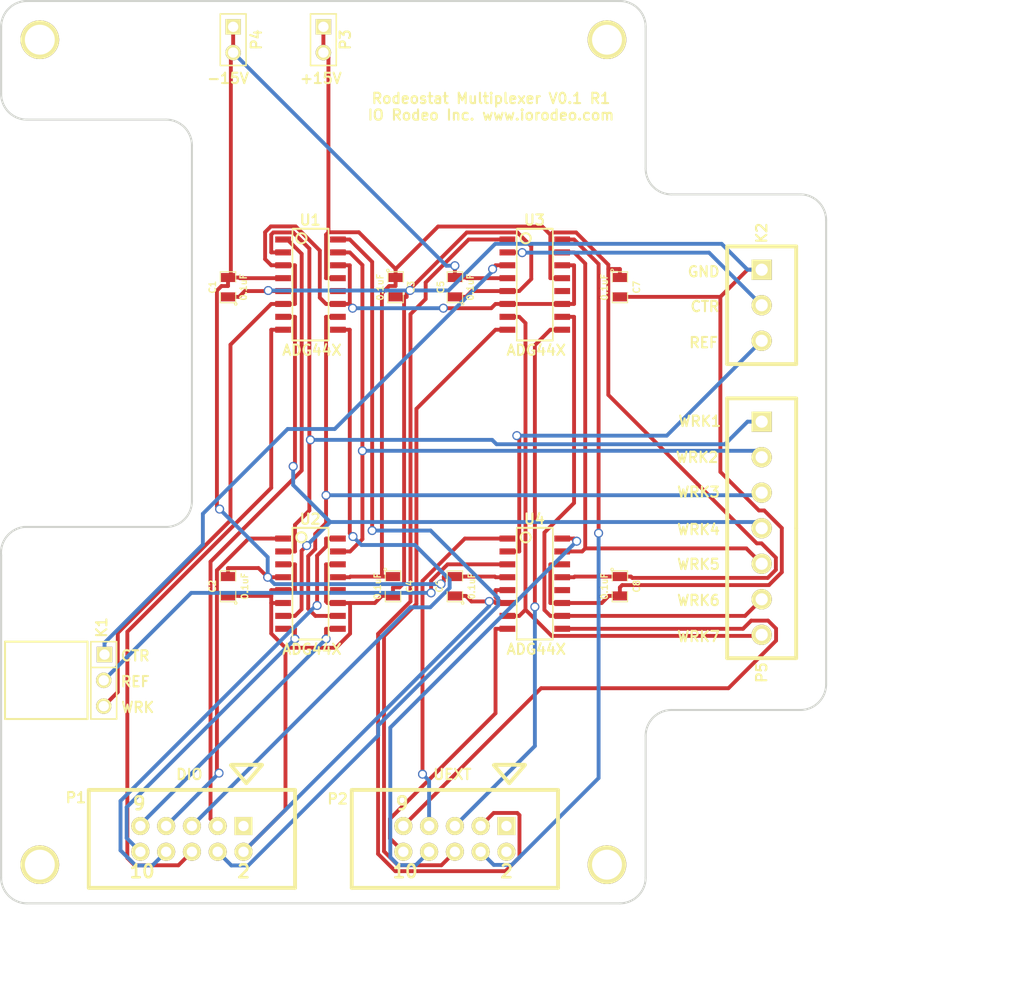
<source format=kicad_pcb>
(kicad_pcb (version 3) (host pcbnew "(2013-jul-07)-stable")

  (general
    (links 79)
    (no_connects 0)
    (area 76.099999 76.099999 179.662663 174.802802)
    (thickness 1.6)
    (drawings 52)
    (tracks 441)
    (zones 0)
    (modules 23)
    (nets 32)
  )

  (page A3)
  (layers
    (15 F.Cu signal)
    (0 B.Cu signal)
    (16 B.Adhes user)
    (17 F.Adhes user)
    (18 B.Paste user)
    (19 F.Paste user)
    (20 B.SilkS user)
    (21 F.SilkS user)
    (22 B.Mask user)
    (23 F.Mask user)
    (24 Dwgs.User user)
    (25 Cmts.User user)
    (26 Eco1.User user)
    (27 Eco2.User user)
    (28 Edge.Cuts user)
  )

  (setup
    (last_trace_width 0.381)
    (trace_clearance 0.2032)
    (zone_clearance 0.508)
    (zone_45_only no)
    (trace_min 0.254)
    (segment_width 0.2)
    (edge_width 0.2)
    (via_size 0.889)
    (via_drill 0.635)
    (via_min_size 0.889)
    (via_min_drill 0.508)
    (uvia_size 0.508)
    (uvia_drill 0.127)
    (uvias_allowed no)
    (uvia_min_size 0.508)
    (uvia_min_drill 0.127)
    (pcb_text_width 0.2032)
    (pcb_text_size 1.016 1.016)
    (mod_edge_width 0.25)
    (mod_text_size 1 1)
    (mod_text_width 0.15)
    (pad_size 1.524 1.524)
    (pad_drill 1.016)
    (pad_to_mask_clearance 0)
    (aux_axis_origin 0 0)
    (visible_elements FFFFFFBF)
    (pcbplotparams
      (layerselection 284196865)
      (usegerberextensions true)
      (excludeedgelayer true)
      (linewidth 0.150000)
      (plotframeref false)
      (viasonmask false)
      (mode 1)
      (useauxorigin false)
      (hpglpennumber 1)
      (hpglpenspeed 20)
      (hpglpendiameter 15)
      (hpglpenoverlay 2)
      (psnegative false)
      (psa4output false)
      (plotreference true)
      (plotvalue true)
      (plotothertext true)
      (plotinvisibletext false)
      (padsonsilk false)
      (subtractmaskfromsilk false)
      (outputformat 1)
      (mirror false)
      (drillshape 0)
      (scaleselection 1)
      (outputdirectory gerber_v0p1/))
  )

  (net 0 "")
  (net 1 /+15V)
  (net 2 /-15V)
  (net 3 /CTR)
  (net 4 /CTR_SW)
  (net 5 /D10)
  (net 6 /D11)
  (net 7 /D12)
  (net 8 /D13)
  (net 9 /D18)
  (net 10 /D19)
  (net 11 /D24)
  (net 12 /D25)
  (net 13 /D26)
  (net 14 /D27)
  (net 15 /D28)
  (net 16 /D29)
  (net 17 /D3)
  (net 18 /D30)
  (net 19 /D31)
  (net 20 /D4)
  (net 21 /GND)
  (net 22 /REF)
  (net 23 /REF_SW)
  (net 24 /WRK)
  (net 25 /WRK_1)
  (net 26 /WRK_2)
  (net 27 /WRK_3)
  (net 28 /WRK_4)
  (net 29 /WRK_5)
  (net 30 /WRK_6)
  (net 31 /WRK_7)

  (net_class Default "This is the default net class."
    (clearance 0.2032)
    (trace_width 0.381)
    (via_dia 0.889)
    (via_drill 0.635)
    (uvia_dia 0.508)
    (uvia_drill 0.127)
    (add_net "")
    (add_net /CTR)
    (add_net /CTR_SW)
    (add_net /D10)
    (add_net /D11)
    (add_net /D12)
    (add_net /D13)
    (add_net /D18)
    (add_net /D19)
    (add_net /D24)
    (add_net /D25)
    (add_net /D26)
    (add_net /D27)
    (add_net /D28)
    (add_net /D29)
    (add_net /D3)
    (add_net /D30)
    (add_net /D31)
    (add_net /D4)
    (add_net /REF)
    (add_net /REF_SW)
    (add_net /WRK)
    (add_net /WRK_1)
    (add_net /WRK_2)
    (add_net /WRK_3)
    (add_net /WRK_4)
    (add_net /WRK_5)
    (add_net /WRK_6)
    (add_net /WRK_7)
  )

  (net_class Power ""
    (clearance 0.2032)
    (trace_width 0.381)
    (via_dia 0.889)
    (via_drill 0.635)
    (uvia_dia 0.508)
    (uvia_drill 0.127)
    (add_net /+15V)
    (add_net /-15V)
    (add_net /GND)
  )

  (module SM0805 (layer F.Cu) (tedit 5B4E6404) (tstamp 5B4BE154)
    (at 137.16 133.858 270)
    (path /5B4BD3D7)
    (attr smd)
    (fp_text reference C8 (at 0 -1.651 270) (layer F.SilkS)
      (effects (font (size 0.635 0.635) (thickness 0.127)))
    )
    (fp_text value 0.1uF (at 0 1.524 270) (layer F.SilkS)
      (effects (font (size 0.635 0.635) (thickness 0.127)))
    )
    (fp_circle (center -1.651 0.762) (end -1.651 0.635) (layer F.SilkS) (width 0.09906))
    (fp_line (start -0.508 0.762) (end -1.524 0.762) (layer F.SilkS) (width 0.09906))
    (fp_line (start -1.524 0.762) (end -1.524 -0.762) (layer F.SilkS) (width 0.09906))
    (fp_line (start -1.524 -0.762) (end -0.508 -0.762) (layer F.SilkS) (width 0.09906))
    (fp_line (start 0.508 -0.762) (end 1.524 -0.762) (layer F.SilkS) (width 0.09906))
    (fp_line (start 1.524 -0.762) (end 1.524 0.762) (layer F.SilkS) (width 0.09906))
    (fp_line (start 1.524 0.762) (end 0.508 0.762) (layer F.SilkS) (width 0.09906))
    (pad 1 smd rect (at -0.9525 0 270) (size 0.889 1.397)
      (layers F.Cu F.Paste F.Mask)
      (net 1 /+15V)
    )
    (pad 2 smd rect (at 0.9525 0 270) (size 0.889 1.397)
      (layers F.Cu F.Paste F.Mask)
      (net 21 /GND)
    )
    (model smd/chip_cms.wrl
      (at (xyz 0 0 0))
      (scale (xyz 0.1 0.1 0.1))
      (rotate (xyz 0 0 0))
    )
  )

  (module SM0805 (layer F.Cu) (tedit 5B4E63C0) (tstamp 5B4BE161)
    (at 120.904 133.858 90)
    (path /5B4BD3D1)
    (attr smd)
    (fp_text reference C6 (at 0 -1.524 90) (layer F.SilkS)
      (effects (font (size 0.635 0.635) (thickness 0.127)))
    )
    (fp_text value 0.1uF (at 0 1.651 90) (layer F.SilkS)
      (effects (font (size 0.635 0.635) (thickness 0.127)))
    )
    (fp_circle (center -1.651 0.762) (end -1.651 0.635) (layer F.SilkS) (width 0.09906))
    (fp_line (start -0.508 0.762) (end -1.524 0.762) (layer F.SilkS) (width 0.09906))
    (fp_line (start -1.524 0.762) (end -1.524 -0.762) (layer F.SilkS) (width 0.09906))
    (fp_line (start -1.524 -0.762) (end -0.508 -0.762) (layer F.SilkS) (width 0.09906))
    (fp_line (start 0.508 -0.762) (end 1.524 -0.762) (layer F.SilkS) (width 0.09906))
    (fp_line (start 1.524 -0.762) (end 1.524 0.762) (layer F.SilkS) (width 0.09906))
    (fp_line (start 1.524 0.762) (end 0.508 0.762) (layer F.SilkS) (width 0.09906))
    (pad 1 smd rect (at -0.9525 0 90) (size 0.889 1.397)
      (layers F.Cu F.Paste F.Mask)
      (net 21 /GND)
    )
    (pad 2 smd rect (at 0.9525 0 90) (size 0.889 1.397)
      (layers F.Cu F.Paste F.Mask)
      (net 2 /-15V)
    )
    (model smd/chip_cms.wrl
      (at (xyz 0 0 0))
      (scale (xyz 0.1 0.1 0.1))
      (rotate (xyz 0 0 0))
    )
  )

  (module SM0805 (layer F.Cu) (tedit 5B4E630F) (tstamp 5B4BE16E)
    (at 137.16 104.394 270)
    (path /5B4BD3C3)
    (attr smd)
    (fp_text reference C7 (at 0 -1.651 270) (layer F.SilkS)
      (effects (font (size 0.635 0.635) (thickness 0.127)))
    )
    (fp_text value 0.1uF (at 0 1.524 270) (layer F.SilkS)
      (effects (font (size 0.635 0.635) (thickness 0.127)))
    )
    (fp_circle (center -1.651 0.762) (end -1.651 0.635) (layer F.SilkS) (width 0.09906))
    (fp_line (start -0.508 0.762) (end -1.524 0.762) (layer F.SilkS) (width 0.09906))
    (fp_line (start -1.524 0.762) (end -1.524 -0.762) (layer F.SilkS) (width 0.09906))
    (fp_line (start -1.524 -0.762) (end -0.508 -0.762) (layer F.SilkS) (width 0.09906))
    (fp_line (start 0.508 -0.762) (end 1.524 -0.762) (layer F.SilkS) (width 0.09906))
    (fp_line (start 1.524 -0.762) (end 1.524 0.762) (layer F.SilkS) (width 0.09906))
    (fp_line (start 1.524 0.762) (end 0.508 0.762) (layer F.SilkS) (width 0.09906))
    (pad 1 smd rect (at -0.9525 0 270) (size 0.889 1.397)
      (layers F.Cu F.Paste F.Mask)
      (net 1 /+15V)
    )
    (pad 2 smd rect (at 0.9525 0 270) (size 0.889 1.397)
      (layers F.Cu F.Paste F.Mask)
      (net 21 /GND)
    )
    (model smd/chip_cms.wrl
      (at (xyz 0 0 0))
      (scale (xyz 0.1 0.1 0.1))
      (rotate (xyz 0 0 0))
    )
  )

  (module SM0805 (layer F.Cu) (tedit 5B4E62B0) (tstamp 5B4BE17B)
    (at 120.904 104.394 90)
    (path /5B4BD3BD)
    (attr smd)
    (fp_text reference C5 (at 0 -1.397 90) (layer F.SilkS)
      (effects (font (size 0.635 0.635) (thickness 0.127)))
    )
    (fp_text value 0.1uF (at 0 1.524 90) (layer F.SilkS)
      (effects (font (size 0.635 0.635) (thickness 0.127)))
    )
    (fp_circle (center -1.651 0.762) (end -1.651 0.635) (layer F.SilkS) (width 0.09906))
    (fp_line (start -0.508 0.762) (end -1.524 0.762) (layer F.SilkS) (width 0.09906))
    (fp_line (start -1.524 0.762) (end -1.524 -0.762) (layer F.SilkS) (width 0.09906))
    (fp_line (start -1.524 -0.762) (end -0.508 -0.762) (layer F.SilkS) (width 0.09906))
    (fp_line (start 0.508 -0.762) (end 1.524 -0.762) (layer F.SilkS) (width 0.09906))
    (fp_line (start 1.524 -0.762) (end 1.524 0.762) (layer F.SilkS) (width 0.09906))
    (fp_line (start 1.524 0.762) (end 0.508 0.762) (layer F.SilkS) (width 0.09906))
    (pad 1 smd rect (at -0.9525 0 90) (size 0.889 1.397)
      (layers F.Cu F.Paste F.Mask)
      (net 21 /GND)
    )
    (pad 2 smd rect (at 0.9525 0 90) (size 0.889 1.397)
      (layers F.Cu F.Paste F.Mask)
      (net 2 /-15V)
    )
    (model smd/chip_cms.wrl
      (at (xyz 0 0 0))
      (scale (xyz 0.1 0.1 0.1))
      (rotate (xyz 0 0 0))
    )
  )

  (module SM0805 (layer F.Cu) (tedit 5B4E63A4) (tstamp 5B4BE188)
    (at 114.808 133.858 270)
    (path /5B4BD3AF)
    (attr smd)
    (fp_text reference C4 (at 0 -1.651 270) (layer F.SilkS)
      (effects (font (size 0.635 0.635) (thickness 0.127)))
    )
    (fp_text value 0.1uF (at 0 1.524 270) (layer F.SilkS)
      (effects (font (size 0.635 0.635) (thickness 0.127)))
    )
    (fp_circle (center -1.651 0.762) (end -1.651 0.635) (layer F.SilkS) (width 0.09906))
    (fp_line (start -0.508 0.762) (end -1.524 0.762) (layer F.SilkS) (width 0.09906))
    (fp_line (start -1.524 0.762) (end -1.524 -0.762) (layer F.SilkS) (width 0.09906))
    (fp_line (start -1.524 -0.762) (end -0.508 -0.762) (layer F.SilkS) (width 0.09906))
    (fp_line (start 0.508 -0.762) (end 1.524 -0.762) (layer F.SilkS) (width 0.09906))
    (fp_line (start 1.524 -0.762) (end 1.524 0.762) (layer F.SilkS) (width 0.09906))
    (fp_line (start 1.524 0.762) (end 0.508 0.762) (layer F.SilkS) (width 0.09906))
    (pad 1 smd rect (at -0.9525 0 270) (size 0.889 1.397)
      (layers F.Cu F.Paste F.Mask)
      (net 1 /+15V)
    )
    (pad 2 smd rect (at 0.9525 0 270) (size 0.889 1.397)
      (layers F.Cu F.Paste F.Mask)
      (net 21 /GND)
    )
    (model smd/chip_cms.wrl
      (at (xyz 0 0 0))
      (scale (xyz 0.1 0.1 0.1))
      (rotate (xyz 0 0 0))
    )
  )

  (module SM0805 (layer F.Cu) (tedit 5B4E6345) (tstamp 5B4BE195)
    (at 98.552 133.858 90)
    (path /5B4BD3A9)
    (attr smd)
    (fp_text reference C2 (at 0 -1.524 90) (layer F.SilkS)
      (effects (font (size 0.635 0.635) (thickness 0.127)))
    )
    (fp_text value 0.1uF (at 0 1.651 90) (layer F.SilkS)
      (effects (font (size 0.635 0.635) (thickness 0.127)))
    )
    (fp_circle (center -1.651 0.762) (end -1.651 0.635) (layer F.SilkS) (width 0.09906))
    (fp_line (start -0.508 0.762) (end -1.524 0.762) (layer F.SilkS) (width 0.09906))
    (fp_line (start -1.524 0.762) (end -1.524 -0.762) (layer F.SilkS) (width 0.09906))
    (fp_line (start -1.524 -0.762) (end -0.508 -0.762) (layer F.SilkS) (width 0.09906))
    (fp_line (start 0.508 -0.762) (end 1.524 -0.762) (layer F.SilkS) (width 0.09906))
    (fp_line (start 1.524 -0.762) (end 1.524 0.762) (layer F.SilkS) (width 0.09906))
    (fp_line (start 1.524 0.762) (end 0.508 0.762) (layer F.SilkS) (width 0.09906))
    (pad 1 smd rect (at -0.9525 0 90) (size 0.889 1.397)
      (layers F.Cu F.Paste F.Mask)
      (net 21 /GND)
    )
    (pad 2 smd rect (at 0.9525 0 90) (size 0.889 1.397)
      (layers F.Cu F.Paste F.Mask)
      (net 2 /-15V)
    )
    (model smd/chip_cms.wrl
      (at (xyz 0 0 0))
      (scale (xyz 0.1 0.1 0.1))
      (rotate (xyz 0 0 0))
    )
  )

  (module SM0805 (layer F.Cu) (tedit 5B4E6292) (tstamp 5B4BE1A2)
    (at 115.062 104.394 270)
    (path /5B4BD194)
    (attr smd)
    (fp_text reference C3 (at 0 -1.524 270) (layer F.SilkS)
      (effects (font (size 0.635 0.635) (thickness 0.127)))
    )
    (fp_text value 0.1uF (at 0 1.524 270) (layer F.SilkS)
      (effects (font (size 0.635 0.635) (thickness 0.127)))
    )
    (fp_circle (center -1.651 0.762) (end -1.651 0.635) (layer F.SilkS) (width 0.09906))
    (fp_line (start -0.508 0.762) (end -1.524 0.762) (layer F.SilkS) (width 0.09906))
    (fp_line (start -1.524 0.762) (end -1.524 -0.762) (layer F.SilkS) (width 0.09906))
    (fp_line (start -1.524 -0.762) (end -0.508 -0.762) (layer F.SilkS) (width 0.09906))
    (fp_line (start 0.508 -0.762) (end 1.524 -0.762) (layer F.SilkS) (width 0.09906))
    (fp_line (start 1.524 -0.762) (end 1.524 0.762) (layer F.SilkS) (width 0.09906))
    (fp_line (start 1.524 0.762) (end 0.508 0.762) (layer F.SilkS) (width 0.09906))
    (pad 1 smd rect (at -0.9525 0 270) (size 0.889 1.397)
      (layers F.Cu F.Paste F.Mask)
      (net 1 /+15V)
    )
    (pad 2 smd rect (at 0.9525 0 270) (size 0.889 1.397)
      (layers F.Cu F.Paste F.Mask)
      (net 21 /GND)
    )
    (model smd/chip_cms.wrl
      (at (xyz 0 0 0))
      (scale (xyz 0.1 0.1 0.1))
      (rotate (xyz 0 0 0))
    )
  )

  (module SM0805 (layer F.Cu) (tedit 5B4E6235) (tstamp 5B4BE1AF)
    (at 98.552 104.394 90)
    (path /5B4BD185)
    (attr smd)
    (fp_text reference C1 (at 0 -1.524 90) (layer F.SilkS)
      (effects (font (size 0.635 0.635) (thickness 0.127)))
    )
    (fp_text value 0.1uF (at 0 1.524 90) (layer F.SilkS)
      (effects (font (size 0.635 0.635) (thickness 0.127)))
    )
    (fp_circle (center -1.651 0.762) (end -1.651 0.635) (layer F.SilkS) (width 0.09906))
    (fp_line (start -0.508 0.762) (end -1.524 0.762) (layer F.SilkS) (width 0.09906))
    (fp_line (start -1.524 0.762) (end -1.524 -0.762) (layer F.SilkS) (width 0.09906))
    (fp_line (start -1.524 -0.762) (end -0.508 -0.762) (layer F.SilkS) (width 0.09906))
    (fp_line (start 0.508 -0.762) (end 1.524 -0.762) (layer F.SilkS) (width 0.09906))
    (fp_line (start 1.524 -0.762) (end 1.524 0.762) (layer F.SilkS) (width 0.09906))
    (fp_line (start 1.524 0.762) (end 0.508 0.762) (layer F.SilkS) (width 0.09906))
    (pad 1 smd rect (at -0.9525 0 90) (size 0.889 1.397)
      (layers F.Cu F.Paste F.Mask)
      (net 21 /GND)
    )
    (pad 2 smd rect (at 0.9525 0 90) (size 0.889 1.397)
      (layers F.Cu F.Paste F.Mask)
      (net 2 /-15V)
    )
    (model smd/chip_cms.wrl
      (at (xyz 0 0 0))
      (scale (xyz 0.1 0.1 0.1))
      (rotate (xyz 0 0 0))
    )
  )

  (module PIN_ARRAY_3X1 (layer F.Cu) (tedit 5B4E61A8) (tstamp 5B4BE1BB)
    (at 86.3092 143.129 270)
    (descr "Connecteur 3 pins")
    (tags "CONN DEV")
    (path /5B4BC53E)
    (fp_text reference K1 (at -5.207 0.2032 270) (layer F.SilkS)
      (effects (font (size 1.016 1.016) (thickness 0.2032)))
    )
    (fp_text value CONN_3 (at 0 -2.159 270) (layer F.SilkS) hide
      (effects (font (size 1.016 1.016) (thickness 0.1524)))
    )
    (fp_line (start -3.81 1.27) (end -3.81 -1.27) (layer F.SilkS) (width 0.1524))
    (fp_line (start -3.81 -1.27) (end 3.81 -1.27) (layer F.SilkS) (width 0.1524))
    (fp_line (start 3.81 -1.27) (end 3.81 1.27) (layer F.SilkS) (width 0.1524))
    (fp_line (start 3.81 1.27) (end -3.81 1.27) (layer F.SilkS) (width 0.1524))
    (fp_line (start -1.27 -1.27) (end -1.27 1.27) (layer F.SilkS) (width 0.1524))
    (pad 1 thru_hole rect (at -2.54 -0.0762 270) (size 1.524 1.524) (drill 1.016)
      (layers *.Cu *.Mask F.SilkS)
      (net 3 /CTR)
    )
    (pad 2 thru_hole circle (at 0 0 270) (size 1.524 1.524) (drill 1.016)
      (layers *.Cu *.Mask F.SilkS)
      (net 22 /REF)
    )
    (pad 3 thru_hole circle (at 2.54 0 270) (size 1.524 1.524) (drill 1.016)
      (layers *.Cu *.Mask F.SilkS)
      (net 24 /WRK)
    )
    (model pin_array/pins_array_3x1.wrl
      (at (xyz 0 0 0))
      (scale (xyz 1 1 1))
      (rotate (xyz 0 0 0))
    )
  )

  (module PIN_ARRAY_2X1 (layer F.Cu) (tedit 5B4E620B) (tstamp 5B4BE1C5)
    (at 99.06 80.01 270)
    (descr "Connecteurs 2 pins")
    (tags "CONN DEV")
    (path /5B4BCEBA)
    (fp_text reference P4 (at 0 -2.286 270) (layer F.SilkS)
      (effects (font (size 1.016 1.016) (thickness 0.2032)))
    )
    (fp_text value CONN_2 (at 0 -1.905 270) (layer F.SilkS) hide
      (effects (font (size 0.762 0.762) (thickness 0.1524)))
    )
    (fp_line (start -2.54 1.27) (end -2.54 -1.27) (layer F.SilkS) (width 0.1524))
    (fp_line (start -2.54 -1.27) (end 2.54 -1.27) (layer F.SilkS) (width 0.1524))
    (fp_line (start 2.54 -1.27) (end 2.54 1.27) (layer F.SilkS) (width 0.1524))
    (fp_line (start 2.54 1.27) (end -2.54 1.27) (layer F.SilkS) (width 0.1524))
    (pad 1 thru_hole rect (at -1.27 0 270) (size 1.524 1.524) (drill 1.016)
      (layers *.Cu *.Mask F.SilkS)
      (net 2 /-15V)
    )
    (pad 2 thru_hole circle (at 1.27 0 270) (size 1.524 1.524) (drill 1.016)
      (layers *.Cu *.Mask F.SilkS)
      (net 2 /-15V)
    )
    (model pin_array/pins_array_2x1.wrl
      (at (xyz 0 0 0))
      (scale (xyz 1 1 1))
      (rotate (xyz 0 0 0))
    )
  )

  (module PIN_ARRAY_2X1 (layer F.Cu) (tedit 5B4E6219) (tstamp 5B4BE1CF)
    (at 107.95 80.01 270)
    (descr "Connecteurs 2 pins")
    (tags "CONN DEV")
    (path /5B4BCEAB)
    (fp_text reference P3 (at 0 -2.159 270) (layer F.SilkS)
      (effects (font (size 1.016 1.016) (thickness 0.2032)))
    )
    (fp_text value CONN_2 (at 0 -1.905 270) (layer F.SilkS) hide
      (effects (font (size 0.762 0.762) (thickness 0.1524)))
    )
    (fp_line (start -2.54 1.27) (end -2.54 -1.27) (layer F.SilkS) (width 0.1524))
    (fp_line (start -2.54 -1.27) (end 2.54 -1.27) (layer F.SilkS) (width 0.1524))
    (fp_line (start 2.54 -1.27) (end 2.54 1.27) (layer F.SilkS) (width 0.1524))
    (fp_line (start 2.54 1.27) (end -2.54 1.27) (layer F.SilkS) (width 0.1524))
    (pad 1 thru_hole rect (at -1.27 0 270) (size 1.524 1.524) (drill 1.016)
      (layers *.Cu *.Mask F.SilkS)
      (net 1 /+15V)
    )
    (pad 2 thru_hole circle (at 1.27 0 270) (size 1.524 1.524) (drill 1.016)
      (layers *.Cu *.Mask F.SilkS)
      (net 1 /+15V)
    )
    (model pin_array/pins_array_2x1.wrl
      (at (xyz 0 0 0))
      (scale (xyz 1 1 1))
      (rotate (xyz 0 0 0))
    )
  )

  (module CONNBLOCK7 (layer F.Cu) (tedit 5B4E61E2) (tstamp 5B4BE1DF)
    (at 151.13 128.143 270)
    (path /5B4BD941)
    (fp_text reference P5 (at 14.224 0 270) (layer F.SilkS)
      (effects (font (size 1.016 1.016) (thickness 0.2032)))
    )
    (fp_text value CONN_7 (at 0.1 5 270) (layer F.SilkS) hide
      (effects (font (size 1 1) (thickness 0.15)))
    )
    (fp_line (start 0 -3.4) (end -12.8 -3.4) (layer F.SilkS) (width 0.381))
    (fp_line (start -12.8 -3.4) (end -12.8 3.4) (layer F.SilkS) (width 0.381))
    (fp_line (start -12.8 3.4) (end 12.8 3.4) (layer F.SilkS) (width 0.381))
    (fp_line (start 12.8 3.4) (end 12.8 -3.4) (layer F.SilkS) (width 0.381))
    (fp_line (start 12.8 -3.4) (end 0 -3.4) (layer F.SilkS) (width 0.381))
    (pad 1 thru_hole rect (at -10.5 0 270) (size 2 2) (drill 1.2)
      (layers *.Cu *.Mask F.SilkS)
      (net 25 /WRK_1)
    )
    (pad 2 thru_hole circle (at -7 0 270) (size 2 2) (drill 1.2)
      (layers *.Cu *.Mask F.SilkS)
      (net 26 /WRK_2)
    )
    (pad 3 thru_hole circle (at -3.5 0 270) (size 2 2) (drill 1.2)
      (layers *.Cu *.Mask F.SilkS)
      (net 27 /WRK_3)
    )
    (pad 4 thru_hole circle (at 0 0 270) (size 2 2) (drill 1.2)
      (layers *.Cu *.Mask F.SilkS)
      (net 28 /WRK_4)
    )
    (pad 5 thru_hole circle (at 3.5 0 270) (size 2 2) (drill 1.2)
      (layers *.Cu *.Mask F.SilkS)
      (net 29 /WRK_5)
    )
    (pad 6 thru_hole circle (at 7 0 270) (size 2 2) (drill 1.2)
      (layers *.Cu *.Mask F.SilkS)
      (net 30 /WRK_6)
    )
    (pad 7 thru_hole circle (at 10.5 0 270) (size 2 2) (drill 1.2)
      (layers *.Cu *.Mask F.SilkS)
      (net 31 /WRK_7)
    )
  )

  (module CONNBLOCK3 (layer F.Cu) (tedit 5B4E61F9) (tstamp 5B4BE1EA)
    (at 151.13 106.172 270)
    (path /5B4BDC47)
    (fp_text reference K2 (at -7.112 0 270) (layer F.SilkS)
      (effects (font (size 1.016 1.016) (thickness 0.2032)))
    )
    (fp_text value CONN_3 (at -0.20066 -5.40004 270) (layer F.SilkS) hide
      (effects (font (size 1.524 1.524) (thickness 0.3048)))
    )
    (fp_line (start -5.79882 -3.40106) (end -5.79882 3.40106) (layer F.SilkS) (width 0.381))
    (fp_line (start -5.79882 3.40106) (end 5.79882 3.40106) (layer F.SilkS) (width 0.381))
    (fp_line (start 5.79882 3.40106) (end 5.79882 -3.40106) (layer F.SilkS) (width 0.381))
    (fp_line (start 5.79882 -3.40106) (end -5.79882 -3.40106) (layer F.SilkS) (width 0.381))
    (pad 2 thru_hole circle (at 0 0 270) (size 2 2) (drill 1.2)
      (layers *.Cu *.Mask F.SilkS)
      (net 4 /CTR_SW)
    )
    (pad 1 thru_hole rect (at -3.50012 0 270) (size 2 2) (drill 1.2)
      (layers *.Cu *.Mask F.SilkS)
      (net 21 /GND)
    )
    (pad 3 thru_hole circle (at 3.50012 0 270) (size 2 2) (drill 1.2)
      (layers *.Cu *.Mask F.SilkS)
      (net 23 /REF_SW)
    )
  )

  (module 5X2_SHRD_HEADER (layer F.Cu) (tedit 5B4E61CF) (tstamp 5B4BE202)
    (at 94.996 158.75 180)
    (path /5B4BC7E9)
    (fp_text reference P1 (at 11.43 4.064 180) (layer F.SilkS)
      (effects (font (size 1.016 1.016) (thickness 0.2032)))
    )
    (fp_text value CONN_5X2 (at 5.19938 6.2992 180) (layer F.SilkS) hide
      (effects (font (size 1.524 1.524) (thickness 0.3048)))
    )
    (fp_line (start -10.16 -4.826) (end 10.16 -4.826) (layer F.SilkS) (width 0.381))
    (fp_line (start 10.16 -4.826) (end 10.16 4.826) (layer F.SilkS) (width 0.381))
    (fp_line (start 10.16 4.826) (end -10.16 4.826) (layer F.SilkS) (width 0.381))
    (fp_line (start -10.16 4.826) (end -10.16 -4.826) (layer F.SilkS) (width 0.381))
    (fp_line (start -6.90118 7.29996) (end -3.8989 7.29996) (layer F.SilkS) (width 0.381))
    (fp_text user 10 (at 4.89966 -3.2004 180) (layer F.SilkS)
      (effects (font (size 1.27 1.27) (thickness 0.254)))
    )
    (fp_text user 9 (at 5.19938 3.50012 180) (layer F.SilkS)
      (effects (font (size 1.27 1.27) (thickness 0.254)))
    )
    (fp_text user 2 (at -5.10032 -3.2004 180) (layer F.SilkS)
      (effects (font (size 1.27 1.27) (thickness 0.254)))
    )
    (fp_line (start -5.36448 5.48894) (end -6.88848 7.26694) (layer F.SilkS) (width 0.381))
    (fp_line (start -3.84048 7.2644) (end -5.36448 5.4864) (layer F.SilkS) (width 0.381))
    (pad 1 thru_hole rect (at -5.08 1.27 180) (size 1.778 1.778) (drill 1.016)
      (layers *.Cu *.Mask F.SilkS)
    )
    (pad 2 thru_hole circle (at -5.08 -1.27 180) (size 1.778 1.778) (drill 1.016)
      (layers *.Cu *.Mask F.SilkS)
      (net 21 /GND)
    )
    (pad 3 thru_hole circle (at -2.54 1.27 180) (size 1.778 1.778) (drill 1.016)
      (layers *.Cu *.Mask F.SilkS)
      (net 11 /D24)
    )
    (pad 4 thru_hole circle (at -2.54 -1.27 180) (size 1.778 1.778) (drill 1.016)
      (layers *.Cu *.Mask F.SilkS)
      (net 12 /D25)
    )
    (pad 5 thru_hole circle (at 0 1.27 180) (size 1.778 1.778) (drill 1.016)
      (layers *.Cu *.Mask F.SilkS)
      (net 13 /D26)
    )
    (pad 6 thru_hole circle (at 0 -1.27 180) (size 1.778 1.778) (drill 1.016)
      (layers *.Cu *.Mask F.SilkS)
      (net 14 /D27)
    )
    (pad 7 thru_hole circle (at 2.54 1.27 180) (size 1.778 1.778) (drill 1.016)
      (layers *.Cu *.Mask F.SilkS)
      (net 15 /D28)
    )
    (pad 8 thru_hole circle (at 2.54 -1.27 180) (size 1.778 1.778) (drill 1.016)
      (layers *.Cu *.Mask F.SilkS)
      (net 16 /D29)
    )
    (pad 9 thru_hole circle (at 5.08 1.27 180) (size 1.778 1.778) (drill 1.016)
      (layers *.Cu *.Mask F.SilkS)
      (net 18 /D30)
    )
    (pad 10 thru_hole circle (at 5.08 -1.27 180) (size 1.778 1.778) (drill 1.016)
      (layers *.Cu *.Mask F.SilkS)
      (net 19 /D31)
    )
  )

  (module 5X2_SHRD_HEADER (layer F.Cu) (tedit 5B4E61CA) (tstamp 5B4BE21A)
    (at 120.904 158.75 180)
    (path /5B4BC67F)
    (fp_text reference P2 (at 11.557 3.937 180) (layer F.SilkS)
      (effects (font (size 1.016 1.016) (thickness 0.2032)))
    )
    (fp_text value CONN_5X2 (at 5.19938 6.2992 180) (layer F.SilkS) hide
      (effects (font (size 1.524 1.524) (thickness 0.3048)))
    )
    (fp_line (start -10.16 -4.826) (end 10.16 -4.826) (layer F.SilkS) (width 0.381))
    (fp_line (start 10.16 -4.826) (end 10.16 4.826) (layer F.SilkS) (width 0.381))
    (fp_line (start 10.16 4.826) (end -10.16 4.826) (layer F.SilkS) (width 0.381))
    (fp_line (start -10.16 4.826) (end -10.16 -4.826) (layer F.SilkS) (width 0.381))
    (fp_line (start -6.90118 7.29996) (end -3.8989 7.29996) (layer F.SilkS) (width 0.381))
    (fp_text user 10 (at 4.89966 -3.2004 180) (layer F.SilkS)
      (effects (font (size 1.27 1.27) (thickness 0.254)))
    )
    (fp_text user 9 (at 5.19938 3.50012 180) (layer F.SilkS)
      (effects (font (size 1.27 1.27) (thickness 0.254)))
    )
    (fp_text user 2 (at -5.10032 -3.2004 180) (layer F.SilkS)
      (effects (font (size 1.27 1.27) (thickness 0.254)))
    )
    (fp_line (start -5.36448 5.48894) (end -6.88848 7.26694) (layer F.SilkS) (width 0.381))
    (fp_line (start -3.84048 7.2644) (end -5.36448 5.4864) (layer F.SilkS) (width 0.381))
    (pad 1 thru_hole rect (at -5.08 1.27 180) (size 1.778 1.778) (drill 1.016)
      (layers *.Cu *.Mask F.SilkS)
    )
    (pad 2 thru_hole circle (at -5.08 -1.27 180) (size 1.778 1.778) (drill 1.016)
      (layers *.Cu *.Mask F.SilkS)
    )
    (pad 3 thru_hole circle (at -2.54 1.27 180) (size 1.778 1.778) (drill 1.016)
      (layers *.Cu *.Mask F.SilkS)
      (net 17 /D3)
    )
    (pad 4 thru_hole circle (at -2.54 -1.27 180) (size 1.778 1.778) (drill 1.016)
      (layers *.Cu *.Mask F.SilkS)
      (net 20 /D4)
    )
    (pad 5 thru_hole circle (at 0 1.27 180) (size 1.778 1.778) (drill 1.016)
      (layers *.Cu *.Mask F.SilkS)
      (net 10 /D19)
    )
    (pad 6 thru_hole circle (at 0 -1.27 180) (size 1.778 1.778) (drill 1.016)
      (layers *.Cu *.Mask F.SilkS)
      (net 9 /D18)
    )
    (pad 7 thru_hole circle (at 2.54 1.27 180) (size 1.778 1.778) (drill 1.016)
      (layers *.Cu *.Mask F.SilkS)
      (net 7 /D12)
    )
    (pad 8 thru_hole circle (at 2.54 -1.27 180) (size 1.778 1.778) (drill 1.016)
      (layers *.Cu *.Mask F.SilkS)
      (net 6 /D11)
    )
    (pad 9 thru_hole circle (at 5.08 1.27 180) (size 1.778 1.778) (drill 1.016)
      (layers *.Cu *.Mask F.SilkS)
      (net 8 /D13)
    )
    (pad 10 thru_hole circle (at 5.08 -1.27 180) (size 1.778 1.778) (drill 1.016)
      (layers *.Cu *.Mask F.SilkS)
      (net 5 /D10)
    )
  )

  (module 16-SOIC-0154 (layer F.Cu) (tedit 5B4E63E8) (tstamp 5B4BE233)
    (at 128.778 133.604 270)
    (path /5B4BC9B7)
    (fp_text reference U4 (at -6.3627 0.0381 360) (layer F.SilkS)
      (effects (font (size 1.016 1.016) (thickness 0.2032)))
    )
    (fp_text value ADG44X (at 6.4643 -0.1397 360) (layer F.SilkS)
      (effects (font (size 1.016 1.016) (thickness 0.2032)))
    )
    (fp_line (start -5.4991 1.778) (end 5.5118 1.778) (layer F.SilkS) (width 0.15))
    (fp_line (start -5.4991 -1.778) (end 5.5118 -1.778) (layer F.SilkS) (width 0.15))
    (fp_circle (center -4.567 0.9) (end -4.167 1.2) (layer F.SilkS) (width 0.2))
    (fp_line (start -5.5 -1.75) (end -5.5 1.75) (layer F.SilkS) (width 0.2))
    (fp_line (start 5.5 1.75) (end 5.5 -1.75) (layer F.SilkS) (width 0.2))
    (pad 1 smd rect (at -4.445 2.7 270) (size 0.6 1.55)
      (layers F.Cu F.Paste F.Mask)
      (net 7 /D12)
    )
    (pad 2 smd rect (at -3.175 2.7 270) (size 0.6 1.55)
      (layers F.Cu F.Paste F.Mask)
      (net 23 /REF_SW)
    )
    (pad 3 smd rect (at -1.905 2.7 270) (size 0.6 1.55)
      (layers F.Cu F.Paste F.Mask)
      (net 22 /REF)
    )
    (pad 4 smd rect (at -0.635 2.7 270) (size 0.6 1.55)
      (layers F.Cu F.Paste F.Mask)
      (net 2 /-15V)
    )
    (pad 13 smd rect (at -0.635 -2.7 270) (size 0.6 1.55)
      (layers F.Cu F.Paste F.Mask)
      (net 1 /+15V)
    )
    (pad 14 smd rect (at -1.905 -2.7 270) (size 0.6 1.55)
      (layers F.Cu F.Paste F.Mask)
      (net 21 /GND)
    )
    (pad 15 smd rect (at -3.175 -2.7 270) (size 0.6 1.55)
      (layers F.Cu F.Paste F.Mask)
      (net 29 /WRK_5)
    )
    (pad 16 smd rect (at -4.445 -2.7 270) (size 0.6 1.55)
      (layers F.Cu F.Paste F.Mask)
      (net 6 /D11)
    )
    (pad 5 smd rect (at 0.635 2.7 270) (size 0.6 1.55)
      (layers F.Cu F.Paste F.Mask)
      (net 21 /GND)
    )
    (pad 6 smd rect (at 1.905 2.7 270) (size 0.6 1.55)
      (layers F.Cu F.Paste F.Mask)
      (net 21 /GND)
    )
    (pad 7 smd rect (at 3.175 2.7 270) (size 0.6 1.55)
      (layers F.Cu F.Paste F.Mask)
      (net 31 /WRK_7)
    )
    (pad 8 smd rect (at 4.445 2.7 270) (size 0.6 1.55)
      (layers F.Cu F.Paste F.Mask)
      (net 5 /D10)
    )
    (pad 11 smd rect (at 1.905 -2.7 270) (size 0.6 1.55)
      (layers F.Cu F.Paste F.Mask)
      (net 21 /GND)
    )
    (pad 10 smd rect (at 3.175 -2.7 270) (size 0.6 1.55)
      (layers F.Cu F.Paste F.Mask)
      (net 30 /WRK_6)
    )
    (pad 9 smd rect (at 4.445 -2.7 270) (size 0.6 1.55)
      (layers F.Cu F.Paste F.Mask)
      (net 8 /D13)
    )
    (pad 12 smd rect (at 0.635 -2.7 270) (size 0.6 1.55)
      (layers F.Cu F.Paste F.Mask)
    )
  )

  (module 16-SOIC-0154 (layer F.Cu) (tedit 5B4E62E5) (tstamp 5B4BE24C)
    (at 128.778 104.14 270)
    (path /5B4BC991)
    (fp_text reference U3 (at -6.3627 0.0381 360) (layer F.SilkS)
      (effects (font (size 1.016 1.016) (thickness 0.2032)))
    )
    (fp_text value ADG44X (at 6.4643 -0.1397 360) (layer F.SilkS)
      (effects (font (size 1.016 1.016) (thickness 0.2032)))
    )
    (fp_line (start -5.4991 1.778) (end 5.5118 1.778) (layer F.SilkS) (width 0.15))
    (fp_line (start -5.4991 -1.778) (end 5.5118 -1.778) (layer F.SilkS) (width 0.15))
    (fp_circle (center -4.567 0.9) (end -4.167 1.2) (layer F.SilkS) (width 0.2))
    (fp_line (start -5.5 -1.75) (end -5.5 1.75) (layer F.SilkS) (width 0.2))
    (fp_line (start 5.5 1.75) (end 5.5 -1.75) (layer F.SilkS) (width 0.2))
    (pad 1 smd rect (at -4.445 2.7 270) (size 0.6 1.55)
      (layers F.Cu F.Paste F.Mask)
      (net 17 /D3)
    )
    (pad 2 smd rect (at -3.175 2.7 270) (size 0.6 1.55)
      (layers F.Cu F.Paste F.Mask)
      (net 4 /CTR_SW)
    )
    (pad 3 smd rect (at -1.905 2.7 270) (size 0.6 1.55)
      (layers F.Cu F.Paste F.Mask)
      (net 3 /CTR)
    )
    (pad 4 smd rect (at -0.635 2.7 270) (size 0.6 1.55)
      (layers F.Cu F.Paste F.Mask)
      (net 2 /-15V)
    )
    (pad 13 smd rect (at -0.635 -2.7 270) (size 0.6 1.55)
      (layers F.Cu F.Paste F.Mask)
      (net 1 /+15V)
    )
    (pad 14 smd rect (at -1.905 -2.7 270) (size 0.6 1.55)
      (layers F.Cu F.Paste F.Mask)
      (net 24 /WRK)
    )
    (pad 15 smd rect (at -3.175 -2.7 270) (size 0.6 1.55)
      (layers F.Cu F.Paste F.Mask)
      (net 29 /WRK_5)
    )
    (pad 16 smd rect (at -4.445 -2.7 270) (size 0.6 1.55)
      (layers F.Cu F.Paste F.Mask)
      (net 20 /D4)
    )
    (pad 5 smd rect (at 0.635 2.7 270) (size 0.6 1.55)
      (layers F.Cu F.Paste F.Mask)
      (net 21 /GND)
    )
    (pad 6 smd rect (at 1.905 2.7 270) (size 0.6 1.55)
      (layers F.Cu F.Paste F.Mask)
      (net 24 /WRK)
    )
    (pad 7 smd rect (at 3.175 2.7 270) (size 0.6 1.55)
      (layers F.Cu F.Paste F.Mask)
      (net 31 /WRK_7)
    )
    (pad 8 smd rect (at 4.445 2.7 270) (size 0.6 1.55)
      (layers F.Cu F.Paste F.Mask)
      (net 9 /D18)
    )
    (pad 11 smd rect (at 1.905 -2.7 270) (size 0.6 1.55)
      (layers F.Cu F.Paste F.Mask)
      (net 24 /WRK)
    )
    (pad 10 smd rect (at 3.175 -2.7 270) (size 0.6 1.55)
      (layers F.Cu F.Paste F.Mask)
      (net 30 /WRK_6)
    )
    (pad 9 smd rect (at 4.445 -2.7 270) (size 0.6 1.55)
      (layers F.Cu F.Paste F.Mask)
      (net 10 /D19)
    )
    (pad 12 smd rect (at 0.635 -2.7 270) (size 0.6 1.55)
      (layers F.Cu F.Paste F.Mask)
    )
  )

  (module 16-SOIC-0154 (layer F.Cu) (tedit 5B4E637B) (tstamp 5B4BE265)
    (at 106.68 133.604 270)
    (path /5B4BC959)
    (fp_text reference U2 (at -6.3627 0.0381 360) (layer F.SilkS)
      (effects (font (size 1.016 1.016) (thickness 0.2032)))
    )
    (fp_text value ADG44X (at 6.4643 -0.1397 360) (layer F.SilkS)
      (effects (font (size 1.016 1.016) (thickness 0.2032)))
    )
    (fp_line (start -5.4991 1.778) (end 5.5118 1.778) (layer F.SilkS) (width 0.15))
    (fp_line (start -5.4991 -1.778) (end 5.5118 -1.778) (layer F.SilkS) (width 0.15))
    (fp_circle (center -4.567 0.9) (end -4.167 1.2) (layer F.SilkS) (width 0.2))
    (fp_line (start -5.5 -1.75) (end -5.5 1.75) (layer F.SilkS) (width 0.2))
    (fp_line (start 5.5 1.75) (end 5.5 -1.75) (layer F.SilkS) (width 0.2))
    (pad 1 smd rect (at -4.445 2.7 270) (size 0.6 1.55)
      (layers F.Cu F.Paste F.Mask)
      (net 15 /D28)
    )
    (pad 2 smd rect (at -3.175 2.7 270) (size 0.6 1.55)
      (layers F.Cu F.Paste F.Mask)
      (net 25 /WRK_1)
    )
    (pad 3 smd rect (at -1.905 2.7 270) (size 0.6 1.55)
      (layers F.Cu F.Paste F.Mask)
      (net 21 /GND)
    )
    (pad 4 smd rect (at -0.635 2.7 270) (size 0.6 1.55)
      (layers F.Cu F.Paste F.Mask)
      (net 2 /-15V)
    )
    (pad 13 smd rect (at -0.635 -2.7 270) (size 0.6 1.55)
      (layers F.Cu F.Paste F.Mask)
      (net 1 /+15V)
    )
    (pad 14 smd rect (at -1.905 -2.7 270) (size 0.6 1.55)
      (layers F.Cu F.Paste F.Mask)
      (net 21 /GND)
    )
    (pad 15 smd rect (at -3.175 -2.7 270) (size 0.6 1.55)
      (layers F.Cu F.Paste F.Mask)
      (net 26 /WRK_2)
    )
    (pad 16 smd rect (at -4.445 -2.7 270) (size 0.6 1.55)
      (layers F.Cu F.Paste F.Mask)
      (net 16 /D29)
    )
    (pad 5 smd rect (at 0.635 2.7 270) (size 0.6 1.55)
      (layers F.Cu F.Paste F.Mask)
      (net 21 /GND)
    )
    (pad 6 smd rect (at 1.905 2.7 270) (size 0.6 1.55)
      (layers F.Cu F.Paste F.Mask)
      (net 21 /GND)
    )
    (pad 7 smd rect (at 3.175 2.7 270) (size 0.6 1.55)
      (layers F.Cu F.Paste F.Mask)
      (net 28 /WRK_4)
    )
    (pad 8 smd rect (at 4.445 2.7 270) (size 0.6 1.55)
      (layers F.Cu F.Paste F.Mask)
      (net 19 /D31)
    )
    (pad 11 smd rect (at 1.905 -2.7 270) (size 0.6 1.55)
      (layers F.Cu F.Paste F.Mask)
      (net 21 /GND)
    )
    (pad 10 smd rect (at 3.175 -2.7 270) (size 0.6 1.55)
      (layers F.Cu F.Paste F.Mask)
      (net 27 /WRK_3)
    )
    (pad 9 smd rect (at 4.445 -2.7 270) (size 0.6 1.55)
      (layers F.Cu F.Paste F.Mask)
      (net 18 /D30)
    )
    (pad 12 smd rect (at 0.635 -2.7 270) (size 0.6 1.55)
      (layers F.Cu F.Paste F.Mask)
    )
  )

  (module 16-SOIC-0154 (layer F.Cu) (tedit 5B4E625C) (tstamp 5B4BE27E)
    (at 106.68 104.14 270)
    (path /5B4BC4A2)
    (fp_text reference U1 (at -6.3627 0.0381 360) (layer F.SilkS)
      (effects (font (size 1.016 1.016) (thickness 0.2032)))
    )
    (fp_text value ADG44X (at 6.4643 -0.1397 360) (layer F.SilkS)
      (effects (font (size 1.016 1.016) (thickness 0.2032)))
    )
    (fp_line (start -5.4991 1.778) (end 5.5118 1.778) (layer F.SilkS) (width 0.15))
    (fp_line (start -5.4991 -1.778) (end 5.5118 -1.778) (layer F.SilkS) (width 0.15))
    (fp_circle (center -4.567 0.9) (end -4.167 1.2) (layer F.SilkS) (width 0.2))
    (fp_line (start -5.5 -1.75) (end -5.5 1.75) (layer F.SilkS) (width 0.2))
    (fp_line (start 5.5 1.75) (end 5.5 -1.75) (layer F.SilkS) (width 0.2))
    (pad 1 smd rect (at -4.445 2.7 270) (size 0.6 1.55)
      (layers F.Cu F.Paste F.Mask)
      (net 11 /D24)
    )
    (pad 2 smd rect (at -3.175 2.7 270) (size 0.6 1.55)
      (layers F.Cu F.Paste F.Mask)
      (net 25 /WRK_1)
    )
    (pad 3 smd rect (at -1.905 2.7 270) (size 0.6 1.55)
      (layers F.Cu F.Paste F.Mask)
      (net 24 /WRK)
    )
    (pad 4 smd rect (at -0.635 2.7 270) (size 0.6 1.55)
      (layers F.Cu F.Paste F.Mask)
      (net 2 /-15V)
    )
    (pad 13 smd rect (at -0.635 -2.7 270) (size 0.6 1.55)
      (layers F.Cu F.Paste F.Mask)
      (net 1 /+15V)
    )
    (pad 14 smd rect (at -1.905 -2.7 270) (size 0.6 1.55)
      (layers F.Cu F.Paste F.Mask)
      (net 24 /WRK)
    )
    (pad 15 smd rect (at -3.175 -2.7 270) (size 0.6 1.55)
      (layers F.Cu F.Paste F.Mask)
      (net 26 /WRK_2)
    )
    (pad 16 smd rect (at -4.445 -2.7 270) (size 0.6 1.55)
      (layers F.Cu F.Paste F.Mask)
      (net 12 /D25)
    )
    (pad 5 smd rect (at 0.635 2.7 270) (size 0.6 1.55)
      (layers F.Cu F.Paste F.Mask)
      (net 21 /GND)
    )
    (pad 6 smd rect (at 1.905 2.7 270) (size 0.6 1.55)
      (layers F.Cu F.Paste F.Mask)
      (net 24 /WRK)
    )
    (pad 7 smd rect (at 3.175 2.7 270) (size 0.6 1.55)
      (layers F.Cu F.Paste F.Mask)
      (net 28 /WRK_4)
    )
    (pad 8 smd rect (at 4.445 2.7 270) (size 0.6 1.55)
      (layers F.Cu F.Paste F.Mask)
      (net 14 /D27)
    )
    (pad 11 smd rect (at 1.905 -2.7 270) (size 0.6 1.55)
      (layers F.Cu F.Paste F.Mask)
      (net 24 /WRK)
    )
    (pad 10 smd rect (at 3.175 -2.7 270) (size 0.6 1.55)
      (layers F.Cu F.Paste F.Mask)
      (net 27 /WRK_3)
    )
    (pad 9 smd rect (at 4.445 -2.7 270) (size 0.6 1.55)
      (layers F.Cu F.Paste F.Mask)
      (net 13 /D26)
    )
    (pad 12 smd rect (at 0.635 -2.7 270) (size 0.6 1.55)
      (layers F.Cu F.Paste F.Mask)
    )
  )

  (module 4-40 (layer F.Cu) (tedit 5B4E64C5) (tstamp 5B4E21EA)
    (at 80.01 80.01)
    (fp_text reference M1 (at 0 -3.1) (layer F.SilkS) hide
      (effects (font (size 1 1) (thickness 0.15)))
    )
    (fp_text value VAL** (at 0 3.4) (layer F.SilkS) hide
      (effects (font (size 1 1) (thickness 0.15)))
    )
    (pad "" thru_hole circle (at 0 0) (size 3.81 3.81) (drill 2.9464)
      (layers *.Cu *.Mask F.SilkS)
    )
  )

  (module 4-40 (layer F.Cu) (tedit 5B4E64D1) (tstamp 5B4E21F3)
    (at 135.89 80.01)
    (fp_text reference M2 (at 0 -3.1) (layer F.SilkS) hide
      (effects (font (size 1 1) (thickness 0.15)))
    )
    (fp_text value VAL** (at 0 3.4) (layer F.SilkS) hide
      (effects (font (size 1 1) (thickness 0.15)))
    )
    (pad "" thru_hole circle (at 0 0) (size 3.81 3.81) (drill 2.9464)
      (layers *.Cu *.Mask F.SilkS)
    )
  )

  (module 4-40 (layer F.Cu) (tedit 5B4E64DC) (tstamp 5B4E21FC)
    (at 135.89 161.29)
    (fp_text reference M3 (at 0 -3.1) (layer F.SilkS) hide
      (effects (font (size 1 1) (thickness 0.15)))
    )
    (fp_text value VAL** (at 0 3.4) (layer F.SilkS) hide
      (effects (font (size 1 1) (thickness 0.15)))
    )
    (pad "" thru_hole circle (at 0 0) (size 3.81 3.81) (drill 2.9464)
      (layers *.Cu *.Mask F.SilkS)
    )
  )

  (module 4-40 (layer F.Cu) (tedit 553F33C9) (tstamp 5B4E2205)
    (at 80.01 161.29)
    (fp_text reference 4-40 (at 0 -3.1) (layer F.SilkS) hide
      (effects (font (size 1 1) (thickness 0.15)))
    )
    (fp_text value VAL** (at 0 3.4) (layer F.SilkS) hide
      (effects (font (size 1 1) (thickness 0.15)))
    )
    (pad "" thru_hole circle (at 0 0) (size 3.81 3.81) (drill 2.9464)
      (layers *.Cu *.Mask F.SilkS)
    )
  )

  (dimension 55.88 (width 0.2032) (layer Dwgs.User)
    (gr_text "2.2000 in" (at 107.95 170.3324) (layer Dwgs.User)
      (effects (font (size 1.016 1.016) (thickness 0.2032)))
    )
    (feature1 (pts (xy 135.89 161.29) (xy 135.89 171.2468)))
    (feature2 (pts (xy 80.01 161.29) (xy 80.01 171.2468)))
    (crossbar (pts (xy 80.01 169.418) (xy 135.89 169.418)))
    (arrow1a (pts (xy 135.89 169.418) (xy 134.763497 170.00442)))
    (arrow1b (pts (xy 135.89 169.418) (xy 134.763497 168.83158)))
    (arrow2a (pts (xy 80.01 169.418) (xy 81.136503 170.00442)))
    (arrow2b (pts (xy 80.01 169.418) (xy 81.136503 168.83158)))
  )
  (dimension 81.28 (width 0.2032) (layer Dwgs.User)
    (gr_text "81.280 mm" (at 116.84 173.888401) (layer Dwgs.User)
      (effects (font (size 1.016 1.016) (thickness 0.2032)))
    )
    (feature1 (pts (xy 157.48 162.56) (xy 157.48 174.802801)))
    (feature2 (pts (xy 76.2 162.56) (xy 76.2 174.802801)))
    (crossbar (pts (xy 76.2 172.974001) (xy 157.48 172.974001)))
    (arrow1a (pts (xy 157.48 172.974001) (xy 156.353497 173.560421)))
    (arrow1b (pts (xy 157.48 172.974001) (xy 156.353497 172.387581)))
    (arrow2a (pts (xy 76.2 172.974001) (xy 77.326503 173.560421)))
    (arrow2b (pts (xy 76.2 172.974001) (xy 77.326503 172.387581)))
  )
  (gr_line (start 157.48 143.51) (end 157.48 169.418) (angle 90) (layer Dwgs.User) (width 0.2))
  (dimension 88.9 (width 0.2032) (layer Dwgs.User)
    (gr_text "88.900 mm" (at 175.158395 120.650003 270) (layer Dwgs.User)
      (effects (font (size 1.016 1.016) (thickness 0.2032)))
    )
    (feature1 (pts (xy 137.16 165.1) (xy 176.072795 165.100003)))
    (feature2 (pts (xy 137.16 76.2) (xy 176.072795 76.200003)))
    (crossbar (pts (xy 174.243995 76.200003) (xy 174.243995 165.100003)))
    (arrow1a (pts (xy 174.243995 165.100003) (xy 173.657575 163.9735)))
    (arrow1b (pts (xy 174.243995 165.100003) (xy 174.830415 163.9735)))
    (arrow2a (pts (xy 174.243995 76.200003) (xy 173.657575 77.326506)))
    (arrow2b (pts (xy 174.243995 76.200003) (xy 174.830415 77.326506)))
  )
  (gr_text "Rodeostat Multiplexer V0.1 R1\nIO Rodeo Inc. www.iorodeo.com" (at 124.46 86.614) (layer F.SilkS)
    (effects (font (size 1.016 1.016) (thickness 0.2032)))
  )
  (gr_text GND (at 145.415 102.87) (layer F.SilkS)
    (effects (font (size 1.016 1.016) (thickness 0.2032)))
  )
  (gr_text CTR (at 145.542 106.299) (layer F.SilkS)
    (effects (font (size 1.016 1.016) (thickness 0.2032)))
  )
  (gr_text REF (at 145.415 109.855) (layer F.SilkS)
    (effects (font (size 1.016 1.016) (thickness 0.2032)))
  )
  (gr_text WRK7 (at 144.907 138.811) (layer F.SilkS)
    (effects (font (size 1.016 1.016) (thickness 0.2032)))
  )
  (gr_text WRK6 (at 144.907 135.255) (layer F.SilkS)
    (effects (font (size 1.016 1.016) (thickness 0.2032)))
  )
  (gr_text WRK5 (at 144.907 131.699) (layer F.SilkS)
    (effects (font (size 1.016 1.016) (thickness 0.2032)))
  )
  (gr_text WRK4 (at 144.907 128.27) (layer F.SilkS)
    (effects (font (size 1.016 1.016) (thickness 0.2032)))
  )
  (gr_text WRK3 (at 144.907 124.587) (layer F.SilkS)
    (effects (font (size 1.016 1.016) (thickness 0.2032)))
  )
  (gr_text WRK2 (at 144.78 121.158) (layer F.SilkS)
    (effects (font (size 1.016 1.016) (thickness 0.2032)))
  )
  (gr_text WRK1 (at 145.034 117.602) (layer F.SilkS)
    (effects (font (size 1.016 1.016) (thickness 0.2032)))
  )
  (gr_text UEXT (at 120.65 152.4) (layer F.SilkS)
    (effects (font (size 1.016 1.016) (thickness 0.2032)))
  )
  (gr_text DIO (at 94.742 152.4) (layer F.SilkS)
    (effects (font (size 1.016 1.016) (thickness 0.2032)))
  )
  (gr_text WRK (at 89.662 145.796) (layer F.SilkS)
    (effects (font (size 1.016 1.016) (thickness 0.2032)))
  )
  (gr_text REF (at 89.408 143.256) (layer F.SilkS)
    (effects (font (size 1.016 1.016) (thickness 0.2032)))
  )
  (gr_text CTR (at 89.408 140.716) (layer F.SilkS)
    (effects (font (size 1.016 1.016) (thickness 0.2032)))
  )
  (gr_text +15V (at 107.696 83.82) (layer F.SilkS)
    (effects (font (size 1.016 1.016) (thickness 0.2032)))
  )
  (gr_text -15V (at 98.552 83.82) (layer F.SilkS)
    (effects (font (size 1.016 1.016) (thickness 0.2032)))
  )
  (gr_line (start 76.581 139.319) (end 84.709 139.319) (angle 90) (layer F.SilkS) (width 0.2))
  (gr_line (start 76.581 146.939) (end 76.581 139.319) (angle 90) (layer F.SilkS) (width 0.2))
  (gr_line (start 84.709 146.939) (end 76.581 146.939) (angle 90) (layer F.SilkS) (width 0.2))
  (gr_line (start 84.709 143.129) (end 84.709 146.939) (angle 90) (layer F.SilkS) (width 0.2))
  (gr_line (start 84.709 143.129) (end 84.709 139.319) (angle 90) (layer F.SilkS) (width 0.2))
  (gr_line (start 86.3092 143.129) (end 84.709 143.129) (angle 90) (layer Dwgs.User) (width 0.2))
  (gr_line (start 92.456 128.016) (end 78.486 128.016) (angle 90) (layer Edge.Cuts) (width 0.2))
  (gr_line (start 94.996 90.424) (end 94.996 125.476) (angle 90) (layer Edge.Cuts) (width 0.2))
  (gr_line (start 78.74 87.884) (end 92.456 87.884) (angle 90) (layer Edge.Cuts) (width 0.2))
  (gr_line (start 76.2 130.81) (end 76.2 162.56) (angle 90) (layer Edge.Cuts) (width 0.2))
  (gr_line (start 137.16 165.1) (end 78.74 165.1) (angle 90) (layer Edge.Cuts) (width 0.2))
  (gr_line (start 139.7 148.59) (end 139.7 162.56) (angle 90) (layer Edge.Cuts) (width 0.2))
  (gr_line (start 142.24 146.05) (end 154.94 146.05) (angle 90) (layer Edge.Cuts) (width 0.2))
  (gr_line (start 157.48 97.79) (end 157.48 143.51) (angle 90) (layer Edge.Cuts) (width 0.2))
  (gr_line (start 142.24 95.25) (end 154.94 95.25) (angle 90) (layer Edge.Cuts) (width 0.2))
  (gr_line (start 139.7 78.74) (end 139.7 92.71) (angle 90) (layer Edge.Cuts) (width 0.2))
  (gr_line (start 78.74 76.2) (end 137.16 76.2) (angle 90) (layer Edge.Cuts) (width 0.2))
  (gr_line (start 76.2 78.74) (end 76.2 85.344) (angle 90) (layer Edge.Cuts) (width 0.2))
  (gr_arc (start 92.456 125.476) (end 94.996 125.476) (angle 90) (layer Edge.Cuts) (width 0.2))
  (gr_arc (start 92.456 90.424) (end 92.456 87.884) (angle 90) (layer Edge.Cuts) (width 0.2))
  (gr_arc (start 78.74 85.344) (end 78.74 87.884) (angle 90) (layer Edge.Cuts) (width 0.2))
  (gr_arc (start 78.74 130.556) (end 76.2 130.81) (angle 90) (layer Edge.Cuts) (width 0.2))
  (gr_arc (start 142.24 92.71) (end 142.24 95.25) (angle 90) (layer Edge.Cuts) (width 0.2))
  (gr_arc (start 142.24 148.59) (end 139.7 148.59) (angle 90) (layer Edge.Cuts) (width 0.2))
  (gr_arc (start 154.94 143.51) (end 157.48 143.51) (angle 90) (layer Edge.Cuts) (width 0.2))
  (gr_arc (start 154.94 97.79) (end 154.94 95.25) (angle 90) (layer Edge.Cuts) (width 0.2))
  (gr_arc (start 78.74 162.56) (end 78.74 165.1) (angle 90) (layer Edge.Cuts) (width 0.2))
  (gr_arc (start 137.16 162.56) (end 139.7 162.56) (angle 90) (layer Edge.Cuts) (width 0.2))
  (gr_arc (start 137.16 78.74) (end 137.16 76.2) (angle 90) (layer Edge.Cuts) (width 0.2))
  (gr_arc (start 78.74 78.74) (end 76.2 78.74) (angle 90) (layer Edge.Cuts) (width 0.2))

  (segment (start 114.808 132.9055) (end 113.7155 132.9055) (width 0.381) (layer F.Cu) (net 1))
  (segment (start 131.478 132.969) (end 132.647 132.969) (width 0.381) (layer F.Cu) (net 1))
  (segment (start 132.7105 132.9055) (end 132.647 132.969) (width 0.381) (layer F.Cu) (net 1))
  (segment (start 136.0675 132.9055) (end 132.7105 132.9055) (width 0.381) (layer F.Cu) (net 1))
  (segment (start 115.062 103.4415) (end 115.062 104.28) (width 0.381) (layer F.Cu) (net 1))
  (segment (start 131.478 103.505) (end 130.309 103.505) (width 0.381) (layer F.Cu) (net 1))
  (segment (start 115.062 103.4415) (end 115.062 102.603) (width 0.381) (layer F.Cu) (net 1))
  (segment (start 137.16 103.4415) (end 137.16 102.603) (width 0.381) (layer F.Cu) (net 1))
  (segment (start 130.309 99.2199) (end 130.309 103.505) (width 0.381) (layer F.Cu) (net 1))
  (segment (start 137.16 132.9055) (end 136.0675 132.9055) (width 0.381) (layer F.Cu) (net 1))
  (segment (start 137.16 132.9055) (end 138.2525 132.9055) (width 0.381) (layer F.Cu) (net 1))
  (segment (start 138.3841 133.0371) (end 138.2525 132.9055) (width 0.381) (layer F.Cu) (net 1))
  (segment (start 151.7262 133.0371) (end 138.3841 133.0371) (width 0.381) (layer F.Cu) (net 1))
  (segment (start 152.5296 132.2337) (end 151.7262 133.0371) (width 0.381) (layer F.Cu) (net 1))
  (segment (start 152.5296 131.0443) (end 152.5296 132.2337) (width 0.381) (layer F.Cu) (net 1))
  (segment (start 151.1155 129.6302) (end 152.5296 131.0443) (width 0.381) (layer F.Cu) (net 1))
  (segment (start 150.6458 129.6302) (end 151.1155 129.6302) (width 0.381) (layer F.Cu) (net 1))
  (segment (start 136.0212 115.0056) (end 150.6458 129.6302) (width 0.381) (layer F.Cu) (net 1))
  (segment (start 136.0212 102.603) (end 136.0212 115.0056) (width 0.381) (layer F.Cu) (net 1))
  (segment (start 136.0212 102.176) (end 136.0212 102.603) (width 0.381) (layer F.Cu) (net 1))
  (segment (start 132.8461 99.0009) (end 136.0212 102.176) (width 0.381) (layer F.Cu) (net 1))
  (segment (start 130.528 99.0009) (end 132.8461 99.0009) (width 0.381) (layer F.Cu) (net 1))
  (segment (start 130.309 99.2199) (end 130.528 99.0009) (width 0.381) (layer F.Cu) (net 1))
  (segment (start 136.0212 102.603) (end 137.16 102.603) (width 0.381) (layer F.Cu) (net 1))
  (segment (start 114.42 104.28) (end 115.062 104.28) (width 0.381) (layer F.Cu) (net 1))
  (segment (start 113.7155 104.9845) (end 114.42 104.28) (width 0.381) (layer F.Cu) (net 1))
  (segment (start 113.7155 132.9055) (end 113.7155 104.9845) (width 0.381) (layer F.Cu) (net 1))
  (segment (start 109.38 132.969) (end 110.549 132.969) (width 0.381) (layer F.Cu) (net 1))
  (segment (start 110.6125 132.9055) (end 110.549 132.969) (width 0.381) (layer F.Cu) (net 1))
  (segment (start 113.7155 132.9055) (end 110.6125 132.9055) (width 0.381) (layer F.Cu) (net 1))
  (segment (start 107.95 78.74) (end 107.95 81.28) (width 0.381) (layer F.Cu) (net 1))
  (segment (start 109.38 103.505) (end 108.211 103.505) (width 0.381) (layer F.Cu) (net 1))
  (segment (start 108.4461 81.7761) (end 107.95 81.28) (width 0.381) (layer F.Cu) (net 1))
  (segment (start 108.4461 98.9826) (end 108.4461 81.7761) (width 0.381) (layer F.Cu) (net 1))
  (segment (start 108.211 99.2177) (end 108.4461 98.9826) (width 0.381) (layer F.Cu) (net 1))
  (segment (start 108.211 103.505) (end 108.211 99.2177) (width 0.381) (layer F.Cu) (net 1))
  (segment (start 111.4416 98.9826) (end 115.062 102.603) (width 0.381) (layer F.Cu) (net 1))
  (segment (start 108.4461 98.9826) (end 111.4416 98.9826) (width 0.381) (layer F.Cu) (net 1))
  (segment (start 119.2486 98.4164) (end 115.062 102.603) (width 0.381) (layer F.Cu) (net 1))
  (segment (start 129.5055 98.4164) (end 119.2486 98.4164) (width 0.381) (layer F.Cu) (net 1))
  (segment (start 130.309 99.2199) (end 129.5055 98.4164) (width 0.381) (layer F.Cu) (net 1))
  (via (at 102.4614 132.969) (size 0.889) (layers F.Cu B.Cu) (net 2))
  (via (at 119.5396 133.646) (size 0.889) (layers F.Cu B.Cu) (net 2))
  (via (at 97.7268 126.2556) (size 0.889) (layers F.Cu B.Cu) (net 2))
  (via (at 120.904 102.2811) (size 0.889) (layers F.Cu B.Cu) (net 2))
  (segment (start 99.06 78.74) (end 99.06 81.28) (width 0.381) (layer F.Cu) (net 2))
  (segment (start 120.904 132.9055) (end 121.9965 132.9055) (width 0.381) (layer F.Cu) (net 2))
  (segment (start 124.8455 132.9055) (end 121.9965 132.9055) (width 0.381) (layer F.Cu) (net 2))
  (segment (start 124.909 132.969) (end 124.8455 132.9055) (width 0.381) (layer F.Cu) (net 2))
  (segment (start 126.078 132.969) (end 124.909 132.969) (width 0.381) (layer F.Cu) (net 2))
  (segment (start 98.552 132.9055) (end 98.552 132.067) (width 0.381) (layer F.Cu) (net 2))
  (segment (start 101.5594 132.067) (end 102.4614 132.969) (width 0.381) (layer F.Cu) (net 2))
  (segment (start 98.552 132.067) (end 101.5594 132.067) (width 0.381) (layer F.Cu) (net 2))
  (segment (start 102.4614 132.969) (end 103.98 132.969) (width 0.381) (layer F.Cu) (net 2))
  (segment (start 120.904 132.9055) (end 119.8115 132.9055) (width 0.381) (layer F.Cu) (net 2))
  (segment (start 119.8115 133.3741) (end 119.5396 133.646) (width 0.381) (layer F.Cu) (net 2))
  (segment (start 119.8115 132.9055) (end 119.8115 133.3741) (width 0.381) (layer F.Cu) (net 2))
  (segment (start 103.1384 133.646) (end 119.5396 133.646) (width 0.381) (layer B.Cu) (net 2))
  (segment (start 102.4614 132.969) (end 103.1384 133.646) (width 0.381) (layer B.Cu) (net 2))
  (segment (start 102.4614 130.9902) (end 97.7268 126.2556) (width 0.381) (layer B.Cu) (net 2))
  (segment (start 102.4614 132.969) (end 102.4614 130.9902) (width 0.381) (layer B.Cu) (net 2))
  (segment (start 97.4594 125.9882) (end 97.7268 126.2556) (width 0.381) (layer F.Cu) (net 2))
  (segment (start 97.4594 104.7306) (end 97.4594 125.9882) (width 0.381) (layer F.Cu) (net 2))
  (segment (start 97.91 104.28) (end 97.4594 104.7306) (width 0.381) (layer F.Cu) (net 2))
  (segment (start 98.552 104.28) (end 97.91 104.28) (width 0.381) (layer F.Cu) (net 2))
  (segment (start 98.552 103.4415) (end 98.552 104.28) (width 0.381) (layer F.Cu) (net 2))
  (segment (start 99.708 103.505) (end 99.6445 103.4415) (width 0.381) (layer F.Cu) (net 2))
  (segment (start 103.98 103.505) (end 99.708 103.505) (width 0.381) (layer F.Cu) (net 2))
  (segment (start 98.552 103.4415) (end 98.8313 103.4415) (width 0.381) (layer F.Cu) (net 2))
  (segment (start 98.8313 103.4415) (end 99.6445 103.4415) (width 0.381) (layer F.Cu) (net 2))
  (segment (start 98.8313 81.5087) (end 99.06 81.28) (width 0.381) (layer F.Cu) (net 2))
  (segment (start 98.8313 103.4415) (end 98.8313 81.5087) (width 0.381) (layer F.Cu) (net 2))
  (segment (start 122.06 103.505) (end 126.078 103.505) (width 0.381) (layer F.Cu) (net 2))
  (segment (start 121.9965 103.4415) (end 122.06 103.505) (width 0.381) (layer F.Cu) (net 2))
  (segment (start 120.904 103.4415) (end 121.9965 103.4415) (width 0.381) (layer F.Cu) (net 2))
  (segment (start 120.904 103.4415) (end 120.904 102.603) (width 0.381) (layer F.Cu) (net 2))
  (segment (start 120.904 102.281) (end 120.904 102.2811) (width 0.381) (layer B.Cu) (net 2))
  (segment (start 120.061 102.281) (end 120.904 102.281) (width 0.381) (layer B.Cu) (net 2))
  (segment (start 99.06 81.28) (end 120.061 102.281) (width 0.381) (layer B.Cu) (net 2))
  (segment (start 120.904 102.603) (end 120.904 102.2811) (width 0.381) (layer F.Cu) (net 2))
  (via (at 124.6218 102.6122) (size 0.889) (layers F.Cu B.Cu) (net 3))
  (segment (start 86.3854 140.589) (end 86.3854 139.433) (width 0.381) (layer B.Cu) (net 3))
  (segment (start 124.6218 102.8099) (end 124.6218 102.6122) (width 0.381) (layer B.Cu) (net 3))
  (segment (start 109.0677 118.364) (end 124.6218 102.8099) (width 0.381) (layer B.Cu) (net 3))
  (segment (start 104.427 118.364) (end 109.0677 118.364) (width 0.381) (layer B.Cu) (net 3))
  (segment (start 96.0744 126.7166) (end 104.427 118.364) (width 0.381) (layer B.Cu) (net 3))
  (segment (start 96.0744 129.744) (end 96.0744 126.7166) (width 0.381) (layer B.Cu) (net 3))
  (segment (start 86.3854 139.433) (end 96.0744 129.744) (width 0.381) (layer B.Cu) (net 3))
  (segment (start 124.909 102.325) (end 124.6218 102.6122) (width 0.381) (layer F.Cu) (net 3))
  (segment (start 124.909 102.235) (end 124.909 102.325) (width 0.381) (layer F.Cu) (net 3))
  (segment (start 126.078 102.235) (end 124.909 102.235) (width 0.381) (layer F.Cu) (net 3))
  (via (at 127.535 100.9905) (size 0.889) (layers F.Cu B.Cu) (net 4))
  (segment (start 145.9485 100.9905) (end 127.535 100.9905) (width 0.381) (layer B.Cu) (net 4))
  (segment (start 151.13 106.172) (end 145.9485 100.9905) (width 0.381) (layer B.Cu) (net 4))
  (segment (start 127.2725 100.9905) (end 127.535 100.9905) (width 0.381) (layer F.Cu) (net 4))
  (segment (start 127.247 100.965) (end 127.2725 100.9905) (width 0.381) (layer F.Cu) (net 4))
  (segment (start 126.078 100.965) (end 127.247 100.965) (width 0.381) (layer F.Cu) (net 4))
  (segment (start 126.078 138.049) (end 124.909 138.049) (width 0.381) (layer F.Cu) (net 5))
  (segment (start 114.5065 158.7025) (end 115.824 160.02) (width 0.381) (layer F.Cu) (net 5))
  (segment (start 114.5065 156.7742) (end 114.5065 158.7025) (width 0.381) (layer F.Cu) (net 5))
  (segment (start 124.909 146.3717) (end 114.5065 156.7742) (width 0.381) (layer F.Cu) (net 5))
  (segment (start 124.909 138.049) (end 124.909 146.3717) (width 0.381) (layer F.Cu) (net 5))
  (via (at 132.9032 129.4202) (size 0.889) (layers F.Cu B.Cu) (net 6))
  (segment (start 132.647 129.164) (end 132.9032 129.4202) (width 0.381) (layer F.Cu) (net 6))
  (segment (start 132.647 129.159) (end 132.647 129.164) (width 0.381) (layer F.Cu) (net 6))
  (segment (start 131.478 129.159) (end 132.647 129.159) (width 0.381) (layer F.Cu) (net 6))
  (segment (start 114.5409 147.7825) (end 132.9032 129.4202) (width 0.381) (layer B.Cu) (net 6))
  (segment (start 114.5409 160.5514) (end 114.5409 147.7825) (width 0.381) (layer B.Cu) (net 6))
  (segment (start 115.324 161.3345) (end 114.5409 160.5514) (width 0.381) (layer B.Cu) (net 6))
  (segment (start 117.0495 161.3345) (end 115.324 161.3345) (width 0.381) (layer B.Cu) (net 6))
  (segment (start 118.364 160.02) (end 117.0495 161.3345) (width 0.381) (layer B.Cu) (net 6))
  (via (at 117.7134 152.3696) (size 0.889) (layers F.Cu B.Cu) (net 7))
  (segment (start 118.364 153.0202) (end 117.7134 152.3696) (width 0.381) (layer B.Cu) (net 7))
  (segment (start 118.364 157.48) (end 118.364 153.0202) (width 0.381) (layer B.Cu) (net 7))
  (segment (start 117.7134 133.3339) (end 117.7134 152.3696) (width 0.381) (layer F.Cu) (net 7))
  (segment (start 121.8883 129.159) (end 117.7134 133.3339) (width 0.381) (layer F.Cu) (net 7))
  (segment (start 126.078 129.159) (end 121.8883 129.159) (width 0.381) (layer F.Cu) (net 7))
  (segment (start 129.3995 143.9045) (end 115.824 157.48) (width 0.381) (layer F.Cu) (net 8))
  (segment (start 147.8592 143.9045) (end 129.3995 143.9045) (width 0.381) (layer F.Cu) (net 8))
  (segment (start 152.549 139.2147) (end 147.8592 143.9045) (width 0.381) (layer F.Cu) (net 8))
  (segment (start 152.549 138.0318) (end 152.549 139.2147) (width 0.381) (layer F.Cu) (net 8))
  (segment (start 151.7629 137.2457) (end 152.549 138.0318) (width 0.381) (layer F.Cu) (net 8))
  (segment (start 150.0956 137.2457) (end 151.7629 137.2457) (width 0.381) (layer F.Cu) (net 8))
  (segment (start 149.2923 138.049) (end 150.0956 137.2457) (width 0.381) (layer F.Cu) (net 8))
  (segment (start 131.478 138.049) (end 149.2923 138.049) (width 0.381) (layer F.Cu) (net 8))
  (segment (start 126.078 108.585) (end 124.909 108.585) (width 0.381) (layer F.Cu) (net 9))
  (segment (start 117.1143 116.3797) (end 124.909 108.585) (width 0.381) (layer F.Cu) (net 9))
  (segment (start 117.1143 135.599) (end 117.1143 116.3797) (width 0.381) (layer F.Cu) (net 9))
  (segment (start 113.9219 138.7914) (end 117.1143 135.599) (width 0.381) (layer F.Cu) (net 9))
  (segment (start 113.9219 159.975) (end 113.9219 138.7914) (width 0.381) (layer F.Cu) (net 9))
  (segment (start 115.292 161.3451) (end 113.9219 159.975) (width 0.381) (layer F.Cu) (net 9))
  (segment (start 119.5789 161.3451) (end 115.292 161.3451) (width 0.381) (layer F.Cu) (net 9))
  (segment (start 120.904 160.02) (end 119.5789 161.3451) (width 0.381) (layer F.Cu) (net 9))
  (via (at 128.7854 135.8859) (size 0.889) (layers F.Cu B.Cu) (net 10))
  (segment (start 131.478 108.585) (end 130.309 108.585) (width 0.381) (layer F.Cu) (net 10))
  (segment (start 128.7854 149.5986) (end 128.7854 135.8859) (width 0.381) (layer B.Cu) (net 10))
  (segment (start 120.904 157.48) (end 128.7854 149.5986) (width 0.381) (layer B.Cu) (net 10))
  (segment (start 128.7854 110.1086) (end 128.7854 135.8859) (width 0.381) (layer F.Cu) (net 10))
  (segment (start 130.309 108.585) (end 128.7854 110.1086) (width 0.381) (layer F.Cu) (net 10))
  (segment (start 104.3956 99.695) (end 103.98 99.695) (width 0.381) (layer F.Cu) (net 11))
  (segment (start 105.8107 101.1101) (end 104.3956 99.695) (width 0.381) (layer F.Cu) (net 11))
  (segment (start 105.8107 122.4556) (end 105.8107 101.1101) (width 0.381) (layer F.Cu) (net 11))
  (segment (start 96.829 131.4373) (end 105.8107 122.4556) (width 0.381) (layer F.Cu) (net 11))
  (segment (start 96.829 156.773) (end 96.829 131.4373) (width 0.381) (layer F.Cu) (net 11))
  (segment (start 97.536 157.48) (end 96.829 156.773) (width 0.381) (layer F.Cu) (net 11))
  (via (at 112.7542 128.3711) (size 0.889) (layers F.Cu B.Cu) (net 12))
  (segment (start 112.7542 101.9002) (end 112.7542 128.3711) (width 0.381) (layer F.Cu) (net 12))
  (segment (start 110.549 99.695) (end 112.7542 101.9002) (width 0.381) (layer F.Cu) (net 12))
  (segment (start 98.8792 161.3632) (end 97.536 160.02) (width 0.381) (layer B.Cu) (net 12))
  (segment (start 100.5474 161.3632) (end 98.8792 161.3632) (width 0.381) (layer B.Cu) (net 12))
  (segment (start 113.348 148.5626) (end 100.5474 161.3632) (width 0.381) (layer B.Cu) (net 12))
  (segment (start 113.348 147.5747) (end 113.348 148.5626) (width 0.381) (layer B.Cu) (net 12))
  (segment (start 125.1678 135.7549) (end 113.348 147.5747) (width 0.381) (layer B.Cu) (net 12))
  (segment (start 125.1678 135.0273) (end 125.1678 135.7549) (width 0.381) (layer B.Cu) (net 12))
  (segment (start 118.5116 128.3711) (end 125.1678 135.0273) (width 0.381) (layer B.Cu) (net 12))
  (segment (start 112.7542 128.3711) (end 118.5116 128.3711) (width 0.381) (layer B.Cu) (net 12))
  (segment (start 109.38 99.695) (end 110.549 99.695) (width 0.381) (layer F.Cu) (net 12))
  (via (at 110.8621 128.9615) (size 0.889) (layers F.Cu B.Cu) (net 13))
  (segment (start 110.549 128.6484) (end 110.549 108.585) (width 0.381) (layer F.Cu) (net 13))
  (segment (start 110.8621 128.9615) (end 110.549 128.6484) (width 0.381) (layer F.Cu) (net 13))
  (segment (start 109.38 108.585) (end 110.549 108.585) (width 0.381) (layer F.Cu) (net 13))
  (segment (start 116.5441 135.9319) (end 94.996 157.48) (width 0.381) (layer B.Cu) (net 13))
  (segment (start 118.4765 135.9319) (end 116.5441 135.9319) (width 0.381) (layer B.Cu) (net 13))
  (segment (start 120.3896 134.0188) (end 118.4765 135.9319) (width 0.381) (layer B.Cu) (net 13))
  (segment (start 120.3896 133.215) (end 120.3896 134.0188) (width 0.381) (layer B.Cu) (net 13))
  (segment (start 116.9687 129.7941) (end 120.3896 133.215) (width 0.381) (layer B.Cu) (net 13))
  (segment (start 111.6947 129.7941) (end 116.9687 129.7941) (width 0.381) (layer B.Cu) (net 13))
  (segment (start 110.8621 128.9615) (end 111.6947 129.7941) (width 0.381) (layer B.Cu) (net 13))
  (segment (start 93.6663 161.3497) (end 94.996 160.02) (width 0.381) (layer F.Cu) (net 14))
  (segment (start 89.3521 161.3497) (end 93.6663 161.3497) (width 0.381) (layer F.Cu) (net 14))
  (segment (start 88.6329 160.6305) (end 89.3521 161.3497) (width 0.381) (layer F.Cu) (net 14))
  (segment (start 88.6329 138.3445) (end 88.6329 160.6305) (width 0.381) (layer F.Cu) (net 14))
  (segment (start 102.811 124.1664) (end 88.6329 138.3445) (width 0.381) (layer F.Cu) (net 14))
  (segment (start 102.811 108.585) (end 102.811 124.1664) (width 0.381) (layer F.Cu) (net 14))
  (segment (start 103.98 108.585) (end 102.811 108.585) (width 0.381) (layer F.Cu) (net 14))
  (via (at 97.6685 152.2675) (size 0.889) (layers F.Cu B.Cu) (net 15))
  (segment (start 103.98 129.159) (end 102.811 129.159) (width 0.381) (layer F.Cu) (net 15))
  (segment (start 92.456 157.48) (end 97.6685 152.2675) (width 0.381) (layer B.Cu) (net 15))
  (segment (start 97.4595 152.0585) (end 97.6685 152.2675) (width 0.381) (layer F.Cu) (net 15))
  (segment (start 97.4595 132.2831) (end 97.4595 152.0585) (width 0.381) (layer F.Cu) (net 15))
  (segment (start 100.5836 129.159) (end 97.4595 132.2831) (width 0.381) (layer F.Cu) (net 15))
  (segment (start 102.811 129.159) (end 100.5836 129.159) (width 0.381) (layer F.Cu) (net 15))
  (via (at 107.3297 135.7563) (size 0.889) (layers F.Cu B.Cu) (net 16))
  (segment (start 109.38 129.159) (end 108.211 129.159) (width 0.381) (layer F.Cu) (net 16))
  (segment (start 107.2162 135.7563) (end 107.3297 135.7563) (width 0.381) (layer B.Cu) (net 16))
  (segment (start 87.9608 155.0117) (end 107.2162 135.7563) (width 0.381) (layer B.Cu) (net 16))
  (segment (start 87.9608 159.88) (end 87.9608 155.0117) (width 0.381) (layer B.Cu) (net 16))
  (segment (start 89.4437 161.3629) (end 87.9608 159.88) (width 0.381) (layer B.Cu) (net 16))
  (segment (start 91.1131 161.3629) (end 89.4437 161.3629) (width 0.381) (layer B.Cu) (net 16))
  (segment (start 92.456 160.02) (end 91.1131 161.3629) (width 0.381) (layer B.Cu) (net 16))
  (segment (start 108.211 129.9575) (end 108.211 129.159) (width 0.381) (layer F.Cu) (net 16))
  (segment (start 107.3297 130.8388) (end 108.211 129.9575) (width 0.381) (layer F.Cu) (net 16))
  (segment (start 107.3297 135.7563) (end 107.3297 130.8388) (width 0.381) (layer F.Cu) (net 16))
  (segment (start 124.7271 156.1969) (end 123.444 157.48) (width 0.381) (layer F.Cu) (net 17))
  (segment (start 127.0539 156.1969) (end 124.7271 156.1969) (width 0.381) (layer F.Cu) (net 17))
  (segment (start 127.2671 156.4101) (end 127.0539 156.1969) (width 0.381) (layer F.Cu) (net 17))
  (segment (start 127.2671 160.5552) (end 127.2671 156.4101) (width 0.381) (layer F.Cu) (net 17))
  (segment (start 125.8924 161.9299) (end 127.2671 160.5552) (width 0.381) (layer F.Cu) (net 17))
  (segment (start 115.0396 161.9299) (end 125.8924 161.9299) (width 0.381) (layer F.Cu) (net 17))
  (segment (start 113.3372 160.2275) (end 115.0396 161.9299) (width 0.381) (layer F.Cu) (net 17))
  (segment (start 113.3372 138.5494) (end 113.3372 160.2275) (width 0.381) (layer F.Cu) (net 17))
  (segment (start 116.5297 135.3569) (end 113.3372 138.5494) (width 0.381) (layer F.Cu) (net 17))
  (segment (start 116.5297 107.0509) (end 116.5297 135.3569) (width 0.381) (layer F.Cu) (net 17))
  (segment (start 118.0256 105.555) (end 116.5297 107.0509) (width 0.381) (layer F.Cu) (net 17))
  (segment (start 118.0256 103.9348) (end 118.0256 105.555) (width 0.381) (layer F.Cu) (net 17))
  (segment (start 122.2654 99.695) (end 118.0256 103.9348) (width 0.381) (layer F.Cu) (net 17))
  (segment (start 126.078 99.695) (end 122.2654 99.695) (width 0.381) (layer F.Cu) (net 17))
  (via (at 108.211 139.0458) (size 0.889) (layers F.Cu B.Cu) (net 18))
  (segment (start 109.38 138.049) (end 108.211 138.049) (width 0.381) (layer F.Cu) (net 18))
  (segment (start 89.916 157.3408) (end 108.211 139.0458) (width 0.381) (layer B.Cu) (net 18))
  (segment (start 89.916 157.48) (end 89.916 157.3408) (width 0.381) (layer B.Cu) (net 18))
  (segment (start 108.211 138.049) (end 108.211 139.0458) (width 0.381) (layer F.Cu) (net 18))
  (via (at 105.149 139.0458) (size 0.889) (layers F.Cu B.Cu) (net 19))
  (segment (start 103.98 138.049) (end 105.149 138.049) (width 0.381) (layer F.Cu) (net 19))
  (segment (start 105.149 138.049) (end 105.149 139.0458) (width 0.381) (layer F.Cu) (net 19))
  (segment (start 88.5696 155.6252) (end 105.149 139.0458) (width 0.381) (layer B.Cu) (net 19))
  (segment (start 88.5696 158.6736) (end 88.5696 155.6252) (width 0.381) (layer B.Cu) (net 19))
  (segment (start 89.916 160.02) (end 88.5696 158.6736) (width 0.381) (layer B.Cu) (net 19))
  (via (at 135.0649 128.6262) (size 0.889) (layers F.Cu B.Cu) (net 20))
  (segment (start 135.0649 102.1129) (end 135.0649 128.6262) (width 0.381) (layer F.Cu) (net 20))
  (segment (start 132.647 99.695) (end 135.0649 102.1129) (width 0.381) (layer F.Cu) (net 20))
  (segment (start 131.478 99.695) (end 132.647 99.695) (width 0.381) (layer F.Cu) (net 20))
  (segment (start 135.0649 152.7537) (end 135.0649 128.6262) (width 0.381) (layer B.Cu) (net 20))
  (segment (start 126.5069 161.3117) (end 135.0649 152.7537) (width 0.381) (layer B.Cu) (net 20))
  (segment (start 124.7357 161.3117) (end 126.5069 161.3117) (width 0.381) (layer B.Cu) (net 20))
  (segment (start 123.444 160.02) (end 124.7357 161.3117) (width 0.381) (layer B.Cu) (net 20))
  (via (at 116.4874 104.7164) (size 0.889) (layers F.Cu B.Cu) (net 21))
  (via (at 124.2872 135.3543) (size 0.889) (layers F.Cu B.Cu) (net 21))
  (via (at 102.5162 104.7202) (size 0.889) (layers F.Cu B.Cu) (net 21))
  (segment (start 103.98 131.699) (end 105.149 131.699) (width 0.381) (layer F.Cu) (net 21))
  (segment (start 120.904 105.3465) (end 121.9965 105.3465) (width 0.381) (layer F.Cu) (net 21))
  (segment (start 98.552 105.3465) (end 99.6445 105.3465) (width 0.381) (layer F.Cu) (net 21))
  (segment (start 103.98 104.775) (end 102.811 104.775) (width 0.381) (layer F.Cu) (net 21))
  (segment (start 122.568 104.775) (end 121.9965 105.3465) (width 0.381) (layer F.Cu) (net 21))
  (segment (start 126.078 104.775) (end 122.568 104.775) (width 0.381) (layer F.Cu) (net 21))
  (segment (start 137.16 134.8105) (end 136.0675 134.8105) (width 0.381) (layer F.Cu) (net 21))
  (segment (start 120.904 134.8105) (end 121.9965 134.8105) (width 0.381) (layer F.Cu) (net 21))
  (segment (start 151.13 102.6719) (end 149.736 102.6719) (width 0.381) (layer F.Cu) (net 21))
  (segment (start 103.98 134.239) (end 105.149 134.239) (width 0.381) (layer F.Cu) (net 21))
  (segment (start 109.38 131.699) (end 108.211 131.699) (width 0.381) (layer F.Cu) (net 21))
  (segment (start 105.149 134.239) (end 105.149 131.699) (width 0.381) (layer F.Cu) (net 21))
  (segment (start 124.2872 135.8088) (end 124.2872 135.3543) (width 0.381) (layer B.Cu) (net 21))
  (segment (start 100.076 160.02) (end 124.2872 135.8088) (width 0.381) (layer B.Cu) (net 21))
  (segment (start 122.5403 135.3543) (end 124.2872 135.3543) (width 0.381) (layer F.Cu) (net 21))
  (segment (start 121.9965 134.8105) (end 122.5403 135.3543) (width 0.381) (layer F.Cu) (net 21))
  (segment (start 124.7543 135.3543) (end 124.909 135.509) (width 0.381) (layer F.Cu) (net 21))
  (segment (start 124.2872 135.3543) (end 124.7543 135.3543) (width 0.381) (layer F.Cu) (net 21))
  (segment (start 126.078 135.509) (end 125.4935 135.509) (width 0.381) (layer F.Cu) (net 21))
  (segment (start 125.4935 135.509) (end 124.909 135.509) (width 0.381) (layer F.Cu) (net 21))
  (segment (start 124.909 134.9245) (end 124.909 134.239) (width 0.381) (layer F.Cu) (net 21))
  (segment (start 125.4935 135.509) (end 124.909 134.9245) (width 0.381) (layer F.Cu) (net 21))
  (segment (start 126.078 134.239) (end 124.909 134.239) (width 0.381) (layer F.Cu) (net 21))
  (segment (start 135.369 135.509) (end 131.478 135.509) (width 0.381) (layer F.Cu) (net 21))
  (segment (start 136.0675 134.8105) (end 135.369 135.509) (width 0.381) (layer F.Cu) (net 21))
  (segment (start 130.309 135.509) (end 130.309 131.699) (width 0.381) (layer F.Cu) (net 21))
  (segment (start 131.478 135.509) (end 130.309 135.509) (width 0.381) (layer F.Cu) (net 21))
  (segment (start 131.478 131.699) (end 130.309 131.699) (width 0.381) (layer F.Cu) (net 21))
  (segment (start 137.16 134.8105) (end 137.16 133.972) (width 0.381) (layer F.Cu) (net 21))
  (segment (start 149.736 102.6719) (end 147.0614 105.3465) (width 0.381) (layer F.Cu) (net 21))
  (segment (start 147.0614 105.3465) (end 137.16 105.3465) (width 0.381) (layer F.Cu) (net 21))
  (segment (start 147.0614 122.5909) (end 147.0614 105.3465) (width 0.381) (layer F.Cu) (net 21))
  (segment (start 150.8635 126.393) (end 147.0614 122.5909) (width 0.381) (layer F.Cu) (net 21))
  (segment (start 151.3825 126.393) (end 150.8635 126.393) (width 0.381) (layer F.Cu) (net 21))
  (segment (start 153.1142 128.1247) (end 151.3825 126.393) (width 0.381) (layer F.Cu) (net 21))
  (segment (start 153.1142 132.4758) (end 153.1142 128.1247) (width 0.381) (layer F.Cu) (net 21))
  (segment (start 151.8459 133.7441) (end 153.1142 132.4758) (width 0.381) (layer F.Cu) (net 21))
  (segment (start 137.3879 133.7441) (end 151.8459 133.7441) (width 0.381) (layer F.Cu) (net 21))
  (segment (start 137.16 133.972) (end 137.3879 133.7441) (width 0.381) (layer F.Cu) (net 21))
  (segment (start 109.38 135.509) (end 108.3572 135.509) (width 0.381) (layer F.Cu) (net 21))
  (segment (start 108.211 135.3628) (end 108.211 131.699) (width 0.381) (layer F.Cu) (net 21))
  (segment (start 108.3572 135.509) (end 108.211 135.3628) (width 0.381) (layer F.Cu) (net 21))
  (segment (start 102.5162 104.775) (end 102.5162 104.7202) (width 0.381) (layer F.Cu) (net 21))
  (segment (start 100.216 104.775) (end 102.5162 104.775) (width 0.381) (layer F.Cu) (net 21))
  (segment (start 99.6445 105.3465) (end 100.216 104.775) (width 0.381) (layer F.Cu) (net 21))
  (segment (start 102.5162 104.775) (end 102.811 104.775) (width 0.381) (layer F.Cu) (net 21))
  (segment (start 114.808 134.8105) (end 113.7155 134.8105) (width 0.381) (layer F.Cu) (net 21))
  (segment (start 115.062 105.3465) (end 115.8814 105.3465) (width 0.381) (layer F.Cu) (net 21))
  (segment (start 115.8814 105.3465) (end 115.9006 105.3465) (width 0.381) (layer F.Cu) (net 21))
  (segment (start 115.9006 105.3465) (end 116.1545 105.3465) (width 0.381) (layer F.Cu) (net 21))
  (segment (start 115.45 133.972) (end 114.808 133.972) (width 0.381) (layer F.Cu) (net 21))
  (segment (start 115.9006 133.5214) (end 115.45 133.972) (width 0.381) (layer F.Cu) (net 21))
  (segment (start 115.9006 105.3465) (end 115.9006 133.5214) (width 0.381) (layer F.Cu) (net 21))
  (segment (start 114.808 134.8105) (end 114.808 133.972) (width 0.381) (layer F.Cu) (net 21))
  (segment (start 151.13 102.6719) (end 149.736 102.6719) (width 0.381) (layer B.Cu) (net 21))
  (segment (start 116.4836 104.7202) (end 116.4874 104.7164) (width 0.381) (layer B.Cu) (net 21))
  (segment (start 102.5162 104.7202) (end 116.4836 104.7202) (width 0.381) (layer B.Cu) (net 21))
  (segment (start 147.1845 100.1204) (end 149.736 102.6719) (width 0.381) (layer B.Cu) (net 21))
  (segment (start 124.881 100.1204) (end 147.1845 100.1204) (width 0.381) (layer B.Cu) (net 21))
  (segment (start 120.285 104.7164) (end 124.881 100.1204) (width 0.381) (layer B.Cu) (net 21))
  (segment (start 116.4874 104.7164) (end 120.285 104.7164) (width 0.381) (layer B.Cu) (net 21))
  (segment (start 126.078 104.775) (end 127.247 104.775) (width 0.381) (layer F.Cu) (net 21))
  (segment (start 116.1545 105.0493) (end 116.4874 104.7164) (width 0.381) (layer F.Cu) (net 21))
  (segment (start 116.1545 105.3465) (end 116.1545 105.0493) (width 0.381) (layer F.Cu) (net 21))
  (segment (start 103.98 135.509) (end 103.3955 135.509) (width 0.381) (layer F.Cu) (net 21))
  (segment (start 103.98 134.239) (end 102.811 134.239) (width 0.381) (layer F.Cu) (net 21))
  (segment (start 98.552 134.8105) (end 99.6445 134.8105) (width 0.381) (layer F.Cu) (net 21))
  (segment (start 102.811 134.8105) (end 102.811 134.239) (width 0.381) (layer F.Cu) (net 21))
  (segment (start 116.4874 104.5886) (end 116.4874 104.7164) (width 0.381) (layer F.Cu) (net 21))
  (segment (start 122.075 99.001) (end 116.4874 104.5886) (width 0.381) (layer F.Cu) (net 21))
  (segment (start 127.0617 99.001) (end 122.075 99.001) (width 0.381) (layer F.Cu) (net 21))
  (segment (start 128.4306 100.3699) (end 127.0617 99.001) (width 0.381) (layer F.Cu) (net 21))
  (segment (start 128.4306 103.5914) (end 128.4306 100.3699) (width 0.381) (layer F.Cu) (net 21))
  (segment (start 127.247 104.775) (end 128.4306 103.5914) (width 0.381) (layer F.Cu) (net 21))
  (segment (start 102.811 134.8105) (end 99.6445 134.8105) (width 0.381) (layer F.Cu) (net 21))
  (segment (start 113.017 135.509) (end 110.579 135.509) (width 0.381) (layer F.Cu) (net 21))
  (segment (start 113.7155 134.8105) (end 113.017 135.509) (width 0.381) (layer F.Cu) (net 21))
  (segment (start 110.579 135.509) (end 109.38 135.509) (width 0.381) (layer F.Cu) (net 21))
  (segment (start 103.3955 135.509) (end 102.811 135.509) (width 0.381) (layer F.Cu) (net 21))
  (segment (start 102.811 135.509) (end 102.811 134.8105) (width 0.381) (layer F.Cu) (net 21))
  (segment (start 104.2138 155.8822) (end 100.076 160.02) (width 0.381) (layer F.Cu) (net 21))
  (segment (start 104.2138 139.9181) (end 104.2138 155.8822) (width 0.381) (layer F.Cu) (net 21))
  (segment (start 109.1851 139.9181) (end 104.2138 139.9181) (width 0.381) (layer F.Cu) (net 21))
  (segment (start 110.579 138.5242) (end 109.1851 139.9181) (width 0.381) (layer F.Cu) (net 21))
  (segment (start 110.579 135.509) (end 110.579 138.5242) (width 0.381) (layer F.Cu) (net 21))
  (segment (start 102.811 138.5153) (end 102.811 135.509) (width 0.381) (layer F.Cu) (net 21))
  (segment (start 104.2138 139.9181) (end 102.811 138.5153) (width 0.381) (layer F.Cu) (net 21))
  (via (at 118.5623 134.5089) (size 0.889) (layers F.Cu B.Cu) (net 22))
  (segment (start 94.9293 134.5089) (end 118.5623 134.5089) (width 0.381) (layer B.Cu) (net 22))
  (segment (start 86.3092 143.129) (end 94.9293 134.5089) (width 0.381) (layer B.Cu) (net 22))
  (segment (start 118.5623 133.3258) (end 118.5623 134.5089) (width 0.381) (layer F.Cu) (net 22))
  (segment (start 120.1891 131.699) (end 118.5623 133.3258) (width 0.381) (layer F.Cu) (net 22))
  (segment (start 126.078 131.699) (end 120.1891 131.699) (width 0.381) (layer F.Cu) (net 22))
  (via (at 127.0077 119.0218) (size 0.889) (layers F.Cu B.Cu) (net 23))
  (segment (start 141.7803 119.0218) (end 151.13 109.6721) (width 0.381) (layer B.Cu) (net 23))
  (segment (start 127.0077 119.0218) (end 141.7803 119.0218) (width 0.381) (layer B.Cu) (net 23))
  (segment (start 127.247 119.2611) (end 127.0077 119.0218) (width 0.381) (layer F.Cu) (net 23))
  (segment (start 127.247 130.429) (end 127.247 119.2611) (width 0.381) (layer F.Cu) (net 23))
  (segment (start 126.078 130.429) (end 127.247 130.429) (width 0.381) (layer F.Cu) (net 23))
  (via (at 110.8281 106.4619) (size 0.889) (layers F.Cu B.Cu) (net 24))
  (via (at 119.7673 106.4619) (size 0.889) (layers F.Cu B.Cu) (net 24))
  (segment (start 103.98 102.235) (end 105.149 102.235) (width 0.381) (layer F.Cu) (net 24))
  (segment (start 132.647 106.045) (end 132.647 102.235) (width 0.381) (layer F.Cu) (net 24))
  (segment (start 131.478 106.045) (end 132.647 106.045) (width 0.381) (layer F.Cu) (net 24))
  (segment (start 131.478 102.235) (end 132.647 102.235) (width 0.381) (layer F.Cu) (net 24))
  (segment (start 105.149 102.235) (end 105.149 106.045) (width 0.381) (layer F.Cu) (net 24))
  (segment (start 104.5645 106.045) (end 105.149 106.045) (width 0.381) (layer F.Cu) (net 24))
  (segment (start 109.38 102.235) (end 110.549 102.235) (width 0.381) (layer F.Cu) (net 24))
  (segment (start 124.4921 106.4619) (end 119.7673 106.4619) (width 0.381) (layer F.Cu) (net 24))
  (segment (start 124.909 106.045) (end 124.4921 106.4619) (width 0.381) (layer F.Cu) (net 24))
  (segment (start 110.549 106.045) (end 110.549 102.235) (width 0.381) (layer F.Cu) (net 24))
  (segment (start 119.7673 106.4619) (end 110.8281 106.4619) (width 0.381) (layer B.Cu) (net 24))
  (segment (start 110.8281 106.3241) (end 110.8281 106.4619) (width 0.381) (layer F.Cu) (net 24))
  (segment (start 110.549 106.045) (end 110.8281 106.3241) (width 0.381) (layer F.Cu) (net 24))
  (segment (start 109.9645 106.045) (end 110.549 106.045) (width 0.381) (layer F.Cu) (net 24))
  (segment (start 125.6397 106.045) (end 124.909 106.045) (width 0.381) (layer F.Cu) (net 24))
  (segment (start 109.9645 106.045) (end 109.38 106.045) (width 0.381) (layer F.Cu) (net 24))
  (segment (start 102.2069 101.6309) (end 102.811 102.235) (width 0.381) (layer F.Cu) (net 24))
  (segment (start 102.2069 98.9728) (end 102.2069 101.6309) (width 0.381) (layer F.Cu) (net 24))
  (segment (start 102.7752 98.4045) (end 102.2069 98.9728) (width 0.381) (layer F.Cu) (net 24))
  (segment (start 105.2176 98.4045) (end 102.7752 98.4045) (width 0.381) (layer F.Cu) (net 24))
  (segment (start 107.5959 100.7828) (end 105.2176 98.4045) (width 0.381) (layer F.Cu) (net 24))
  (segment (start 107.5959 105.4299) (end 107.5959 100.7828) (width 0.381) (layer F.Cu) (net 24))
  (segment (start 108.211 106.045) (end 107.5959 105.4299) (width 0.381) (layer F.Cu) (net 24))
  (segment (start 109.38 106.045) (end 108.211 106.045) (width 0.381) (layer F.Cu) (net 24))
  (segment (start 103.98 102.235) (end 102.811 102.235) (width 0.381) (layer F.Cu) (net 24))
  (segment (start 125.6397 106.045) (end 126.078 106.045) (width 0.381) (layer F.Cu) (net 24))
  (segment (start 126.078 106.045) (end 131.478 106.045) (width 0.381) (layer F.Cu) (net 24))
  (segment (start 104.5645 106.045) (end 103.98 106.045) (width 0.381) (layer F.Cu) (net 24))
  (segment (start 103.98 106.045) (end 102.811 106.045) (width 0.381) (layer F.Cu) (net 24))
  (segment (start 87.6931 144.2851) (end 86.3092 145.669) (width 0.381) (layer F.Cu) (net 24))
  (segment (start 87.6931 138.4576) (end 87.6931 144.2851) (width 0.381) (layer F.Cu) (net 24))
  (segment (start 98.795 127.3557) (end 87.6931 138.4576) (width 0.381) (layer F.Cu) (net 24))
  (segment (start 98.795 110.061) (end 98.795 127.3557) (width 0.381) (layer F.Cu) (net 24))
  (segment (start 102.811 106.045) (end 98.795 110.061) (width 0.381) (layer F.Cu) (net 24))
  (via (at 106.6697 119.4366) (size 0.889) (layers F.Cu B.Cu) (net 25))
  (segment (start 103.98 130.429) (end 105.149 130.429) (width 0.381) (layer F.Cu) (net 25))
  (segment (start 151.13 117.643) (end 149.736 117.643) (width 0.381) (layer B.Cu) (net 25))
  (segment (start 103.98 100.965) (end 102.811 100.965) (width 0.381) (layer F.Cu) (net 25))
  (segment (start 102.811 99.2073) (end 102.811 100.965) (width 0.381) (layer F.Cu) (net 25))
  (segment (start 103.0183 99) (end 102.811 99.2073) (width 0.381) (layer F.Cu) (net 25))
  (segment (start 104.9743 99) (end 103.0183 99) (width 0.381) (layer F.Cu) (net 25))
  (segment (start 106.5672 100.5929) (end 104.9743 99) (width 0.381) (layer F.Cu) (net 25))
  (segment (start 106.5672 119.4366) (end 106.5672 100.5929) (width 0.381) (layer F.Cu) (net 25))
  (segment (start 124.5781 119.4366) (end 106.6697 119.4366) (width 0.381) (layer B.Cu) (net 25))
  (segment (start 125.0071 119.8656) (end 124.5781 119.4366) (width 0.381) (layer B.Cu) (net 25))
  (segment (start 147.5134 119.8656) (end 125.0071 119.8656) (width 0.381) (layer B.Cu) (net 25))
  (segment (start 149.736 117.643) (end 147.5134 119.8656) (width 0.381) (layer B.Cu) (net 25))
  (segment (start 106.5672 119.4366) (end 106.6697 119.4366) (width 0.381) (layer F.Cu) (net 25))
  (segment (start 105.149 127.8119) (end 105.149 130.429) (width 0.381) (layer F.Cu) (net 25))
  (segment (start 106.5672 126.3937) (end 105.149 127.8119) (width 0.381) (layer F.Cu) (net 25))
  (segment (start 106.5672 119.4366) (end 106.5672 126.3937) (width 0.381) (layer F.Cu) (net 25))
  (via (at 111.7929 120.5144) (size 0.889) (layers F.Cu B.Cu) (net 26))
  (segment (start 109.38 100.965) (end 110.549 100.965) (width 0.381) (layer F.Cu) (net 26))
  (segment (start 109.38 130.429) (end 110.549 130.429) (width 0.381) (layer F.Cu) (net 26))
  (segment (start 111.7929 129.2166) (end 111.7929 120.5144) (width 0.381) (layer F.Cu) (net 26))
  (segment (start 110.5805 130.429) (end 111.7929 129.2166) (width 0.381) (layer F.Cu) (net 26))
  (segment (start 110.549 130.429) (end 110.5805 130.429) (width 0.381) (layer F.Cu) (net 26))
  (segment (start 150.5014 120.5144) (end 111.7929 120.5144) (width 0.381) (layer B.Cu) (net 26))
  (segment (start 151.13 121.143) (end 150.5014 120.5144) (width 0.381) (layer B.Cu) (net 26))
  (segment (start 111.7929 102.2089) (end 111.7929 120.5144) (width 0.381) (layer F.Cu) (net 26))
  (segment (start 110.549 100.965) (end 111.7929 102.2089) (width 0.381) (layer F.Cu) (net 26))
  (via (at 108.211 124.8924) (size 0.889) (layers F.Cu B.Cu) (net 27))
  (segment (start 109.38 107.315) (end 108.211 107.315) (width 0.381) (layer F.Cu) (net 27))
  (segment (start 150.8806 124.8924) (end 108.211 124.8924) (width 0.381) (layer B.Cu) (net 27))
  (segment (start 151.13 124.643) (end 150.8806 124.8924) (width 0.381) (layer B.Cu) (net 27))
  (segment (start 108.211 107.315) (end 108.211 124.8924) (width 0.381) (layer F.Cu) (net 27))
  (segment (start 109.38 136.779) (end 108.211 136.779) (width 0.381) (layer F.Cu) (net 27))
  (segment (start 108.211 127.6347) (end 108.211 124.8924) (width 0.381) (layer F.Cu) (net 27))
  (segment (start 107.1427 128.703) (end 108.211 127.6347) (width 0.381) (layer F.Cu) (net 27))
  (segment (start 107.1427 130.1992) (end 107.1427 128.703) (width 0.381) (layer F.Cu) (net 27))
  (segment (start 106.4529 130.889) (end 107.1427 130.1992) (width 0.381) (layer F.Cu) (net 27))
  (segment (start 106.4529 136.0722) (end 106.4529 130.889) (width 0.381) (layer F.Cu) (net 27))
  (segment (start 107.1597 136.779) (end 106.4529 136.0722) (width 0.381) (layer F.Cu) (net 27))
  (segment (start 108.211 136.779) (end 107.1597 136.779) (width 0.381) (layer F.Cu) (net 27))
  (via (at 104.9722 122.0473) (size 0.889) (layers F.Cu B.Cu) (net 28))
  (via (at 106.3042 129.8518) (size 0.889) (layers F.Cu B.Cu) (net 28))
  (segment (start 103.98 107.315) (end 105.149 107.315) (width 0.381) (layer F.Cu) (net 28))
  (segment (start 105.149 121.8705) (end 104.9722 122.0473) (width 0.381) (layer F.Cu) (net 28))
  (segment (start 105.149 107.315) (end 105.149 121.8705) (width 0.381) (layer F.Cu) (net 28))
  (segment (start 108.6234 127.5326) (end 106.3042 129.8518) (width 0.381) (layer B.Cu) (net 28))
  (segment (start 150.5196 127.5326) (end 108.6234 127.5326) (width 0.381) (layer B.Cu) (net 28))
  (segment (start 151.13 128.143) (end 150.5196 127.5326) (width 0.381) (layer B.Cu) (net 28))
  (segment (start 104.9722 123.8814) (end 104.9722 122.0473) (width 0.381) (layer B.Cu) (net 28))
  (segment (start 108.6234 127.5326) (end 104.9722 123.8814) (width 0.381) (layer B.Cu) (net 28))
  (segment (start 105.801 136.127) (end 105.149 136.779) (width 0.381) (layer F.Cu) (net 28))
  (segment (start 105.801 130.355) (end 105.801 136.127) (width 0.381) (layer F.Cu) (net 28))
  (segment (start 106.3042 129.8518) (end 105.801 130.355) (width 0.381) (layer F.Cu) (net 28))
  (segment (start 103.98 136.779) (end 105.149 136.779) (width 0.381) (layer F.Cu) (net 28))
  (segment (start 131.478 100.965) (end 132.647 100.965) (width 0.381) (layer F.Cu) (net 29))
  (segment (start 133.7453 102.0633) (end 133.7453 130.1291) (width 0.381) (layer F.Cu) (net 29))
  (segment (start 132.647 100.965) (end 133.7453 102.0633) (width 0.381) (layer F.Cu) (net 29))
  (segment (start 133.4454 130.429) (end 133.7453 130.1291) (width 0.381) (layer F.Cu) (net 29))
  (segment (start 131.478 130.429) (end 133.4454 130.429) (width 0.381) (layer F.Cu) (net 29))
  (segment (start 149.6161 130.1291) (end 151.13 131.643) (width 0.381) (layer F.Cu) (net 29))
  (segment (start 133.7453 130.1291) (end 149.6161 130.1291) (width 0.381) (layer F.Cu) (net 29))
  (segment (start 149.494 136.779) (end 151.13 135.143) (width 0.381) (layer F.Cu) (net 30))
  (segment (start 131.478 136.779) (end 149.494 136.779) (width 0.381) (layer F.Cu) (net 30))
  (segment (start 129.7245 136.1945) (end 130.309 136.779) (width 0.381) (layer F.Cu) (net 30))
  (segment (start 129.7245 128.5726) (end 129.7245 136.1945) (width 0.381) (layer F.Cu) (net 30))
  (segment (start 132.647 125.6501) (end 129.7245 128.5726) (width 0.381) (layer F.Cu) (net 30))
  (segment (start 132.647 107.315) (end 132.647 125.6501) (width 0.381) (layer F.Cu) (net 30))
  (segment (start 131.478 107.315) (end 132.647 107.315) (width 0.381) (layer F.Cu) (net 30))
  (segment (start 131.478 136.779) (end 130.309 136.779) (width 0.381) (layer F.Cu) (net 30))
  (segment (start 126.078 136.779) (end 127.247 136.779) (width 0.381) (layer F.Cu) (net 31))
  (segment (start 126.078 107.315) (end 127.247 107.315) (width 0.381) (layer F.Cu) (net 31))
  (segment (start 151.0215 138.7515) (end 151.13 138.643) (width 0.381) (layer F.Cu) (net 31))
  (segment (start 130.4441 138.7515) (end 151.0215 138.7515) (width 0.381) (layer F.Cu) (net 31))
  (segment (start 127.8593 136.1667) (end 130.4441 138.7515) (width 0.381) (layer F.Cu) (net 31))
  (segment (start 127.8593 107.9273) (end 127.8593 136.1667) (width 0.381) (layer F.Cu) (net 31))
  (segment (start 127.247 107.315) (end 127.8593 107.9273) (width 0.381) (layer F.Cu) (net 31))
  (segment (start 127.8593 136.1667) (end 127.247 136.779) (width 0.381) (layer F.Cu) (net 31))

)

</source>
